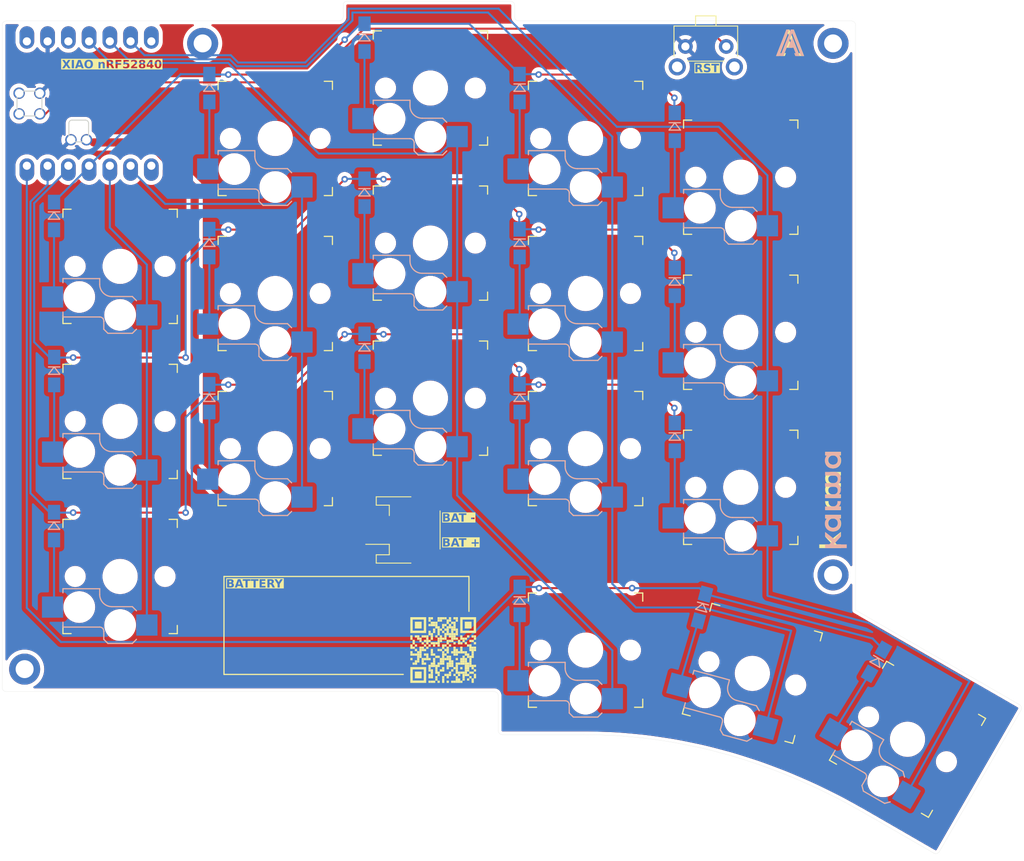
<source format=kicad_pcb>
(kicad_pcb (version 20221018) (generator pcbnew)
  (title_block (title "Karma Wireless Split Ergonomic Keyboard") (date "2023-04-08") (rev "0.3"))
  (layers (0 "F.Cu" signal) (31 "B.Cu" signal) (34 "B.Paste" user) (35 "F.Paste" user) (36 "B.SilkS" user "B.Silkscreen") (37 "F.SilkS" user "F.Silkscreen") (38 "B.Mask" user) (39 "F.Mask" user) (44 "Edge.Cuts" user))
  (net 0 "")
  (net 1 "ROW0_L")
  (net 2 "Net-(DL1-A)")
  (net 3 "Net-(DL2-A)")
  (net 4 "Net-(DL3-A)")
  (net 5 "Net-(DL4-A)")
  (net 6 "Net-(DL5-A)")
  (net 7 "ROW1_L")
  (net 8 "Net-(DL6-A)")
  (net 9 "Net-(DL7-A)")
  (net 10 "Net-(DL8-A)")
  (net 11 "Net-(DL9-A)")
  (net 12 "Net-(DL10-A)")
  (net 13 "ROW2_L")
  (net 14 "Net-(DL11-A)")
  (net 15 "Net-(DL12-A)")
  (net 16 "Net-(DL13-A)")
  (net 17 "Net-(DL14-A)")
  (net 18 "Net-(DL15-A)")
  (net 19 "ROW3_L")
  (net 20 "Net-(DL16-A)")
  (net 21 "Net-(DL17-A)")
  (net 22 "Net-(DL18-A)")
  (net 23 "VBAT_L")
  (net 24 "GND_L")
  (net 25 "RESET_L")
  (net 26 "COL0_L")
  (net 27 "COL1_L")
  (net 28 "COL2_L")
  (net 29 "COL3_L")
  (net 30 "COL4_L")
  (footprint "karmalib:Kailh_Socket_PG1350_Optional" (layer "F.Cu") (at 128.015625 54.85)
    (fp_text reference "SWL5" hide)
    (fp_text value "SW_Push_45deg")
  )
  (footprint "karmalib:Kailh_Socket_PG1350_Optional" (layer "F.Cu") (at 90.015625 81.925)
    (fp_text reference "SWL13" hide)
    (fp_text value "SW_Push_45deg")
  )
  (footprint "karmalib:Kailh_Socket_PG1350_Optional" (layer "F.Cu") (at 109.015625 69.1)
    (fp_text reference "SWL9" hide)
    (fp_text value "SW_Push_45deg")
  )
  (footprint "karmalib:Kailh_Socket_PG1350_Optional" (layer "F.Cu") (at 148.440625 123.725 -30)
    (fp_text reference "SWL18" hide)
    (fp_text value "SW_Push_45deg")
  )
  (footprint "karmalib:Kailh_Socket_PG1350_Optional" (layer "F.Cu") (at 52.015625 65.775)
    (fp_text reference "SWL1" hide)
    (fp_text value "SW_Push_45deg")
  )
  (footprint "karmalib:Kailh_Socket_PG1350_Optional" (layer "F.Cu") (at 129.440625 115.65 -15)
    (fp_text reference "SWL17" hide)
    (fp_text value "SW_Push_45deg")
  )
  (footprint "karmalib:Kailh_Socket_PG1350_Optional" (layer "F.Cu") (at 71.015625 69.1)
    (fp_text reference "SWL7" hide)
    (fp_text value "SW_Push_45deg")
  )
  (footprint "karmalib:Kailh_Socket_PG1350_Optional" (layer "F.Cu") (at 128.015625 92.85)
    (fp_text reference "SWL15" hide)
    (fp_text value "SW_Push_45deg")
  )
  (footprint "karmalib:JST_PH_S2B-PH-SM4-TB" (layer "F.Cu") (at 86.690625 98.075 90)
    (fp_text reference "J1" hide)
    (fp_text value "BAT")
  )
  (footprint "karmalib:Kailh_Socket_PG1350_Optional" (layer "F.Cu") (at 109.015625 50.1)
    (fp_text reference "SWL4" hide)
    (fp_text value "SW_Push_45deg")
  )
  (footprint "karmalib:Kailh_Socket_PG1350_Optional" (layer "F.Cu") (at 109.015625 88.1)
    (fp_text reference "SWL14" hide)
    (fp_text value "SW_Push_45deg")
  )
  (footprint "karmalib:Kailh_Socket_PG1350_Optional" (layer "F.Cu") (at 90.015625 62.925)
    (fp_text reference "SWL8" hide)
    (fp_text value "SW_Push_45deg")
  )
  (footprint "karmalib:Kailh_Socket_PG1350_Optional" (layer "F.Cu") (at 128.015625 73.85)
    (fp_text reference "SWL10" hide)
    (fp_text value "SW_Push_45deg")
  )
  (footprint "karmalib:Kailh_Socket_PG1350_Optional" (layer "F.Cu") (at 52.015625 103.775)
    (fp_text reference "SWL11" hide)
    (fp_text value "SW_Push_45deg")
  )
  (footprint "karmalib:Kailh_Socket_PG1350_Optional" (layer "F.Cu") (at 90.015625 43.925)
    (fp_text reference "SWL3" hide)
    (fp_text value "SW_Push_45deg")
  )
  (footprint "karmalib:Kailh_Socket_PG1350_Optional" (layer "F.Cu") (at 52.015625 84.775)
    (fp_text reference "SWL6" hide)
    (fp_text value "SW_Push_45deg")
  )
  (footprint "karmalib:SKHLLCA010" (layer "F.Cu") (at 123.740625 40.08)
    (fp_text reference "RSW1" hide)
    (fp_text value "SW_Push")
  )
  (footprint "MountingHole:MountingHole_2.2mm_M2_DIN965_Pad" (layer "F.Cu") (at 139.322297 103.589073)
    (fp_text reference "REF**" hide)
    (fp_text value "MountingHole_2.2mm_M2_DIN965_Pad")
  )
  (footprint "karmalib:XIAO_nRF52840_SMD_Cutout" (layer "F.Cu") (at 48.215625 45.825 90)
    (fp_text reference "U1" hide)
    (fp_text value "xiao-ble" hide)
    (fp_line (start -4.699 -0.7488) (end -4.699 -1.7902) (stroke (width 0.12)) (layer "Edge.Cuts"))
    (fp_line (start -4.0132 -2.476) (end -2.413 -2.476) (stroke (width 0.12)) (layer "Edge.Cuts"))
    (fp_line (start -2.413 -0.063) (end -4.0132 -0.063) (stroke (width 0.12)) (layer "Edge.Cuts"))
    (fp_line (start -2.032 -2.095) (end -2.032 -0.444) (stroke (width 0.12)) (layer "Edge.Cuts"))
    (fp_line (start -1.524 -6.4638) (end -1.524 -8.1402) (stroke (width 0.12)) (layer "Edge.Cuts"))
    (fp_line (start -0.8382 -8.826) (end 0.8382 -8.826) (stroke (width 0.12)) (layer "Edge.Cuts"))
    (fp_line (start -0.8382 -5.778) (end 0.8382 -5.778) (stroke (width 0.12)) (layer "Edge.Cuts"))
    (fp_line (start 1.524 -6.4638) (end 1.524 -8.1402) (stroke (width 0.12)) (layer "Edge.Cuts"))
    (fp_arc (start -4.699 -0.7488) (mid -4.095391 -0.666609) (end -4.0132 -0.063) (stroke (width 0.12)) (layer "Edge.Cuts"))
    (fp_arc (start -4.0132 -2.476) (mid -4.095391 -1.872391) (end -4.699 -1.7902) (stroke (width 0.12)) (layer "Edge.Cuts"))
    (fp_arc (start -2.413 -2.476) (mid -2.143592 -2.364408) (end -2.032 -2.095) (stroke (width 0.12)) (layer "Edge.Cuts"))
    (fp_arc (start -2.032 -0.444) (mid -2.143592 -0.174592) (end -2.413 -0.063) (stroke (width 0.12)) (layer "Edge.Cuts"))
    (fp_arc (start -1.524 -6.4638) (mid -0.920391 -6.381609) (end -0.8382 -5.778) (stroke (width 0.12)) (layer "Edge.Cuts"))
    (fp_arc (start -0.8382 -8.826) (mid -0.920391 -8.222391) (end -1.524 -8.1402) (stroke (width 0.12)) (layer "Edge.Cuts"))
    (fp_arc (start 0.8382 -5.778) (mid 0.920391 -6.381609) (end 1.524 -6.4638) (stroke (width 0.12)) (layer "Edge.Cuts"))
    (fp_arc (start 1.524 -8.1402) (mid 0.920393 -8.222393) (end 0.8382 -8.826) (stroke (width 0.12)) (layer "Edge.Cuts"))
  )
  (footprint "MountingHole:MountingHole_2.2mm_M2_DIN965_Pad" (layer "F.Cu") (at 40.322298 115.128567)
    (fp_text reference "REF**" hide)
    (fp_text value "MountingHole_2.2mm_M2_DIN965_Pad" hide)
  )
  (footprint "MountingHole:MountingHole_2.2mm_M2_DIN965_Pad" (layer "F.Cu") (at 139.322298 38.453567)
    (fp_text reference "REF**" hide)
    (fp_text value "MountingHole_2.2mm_M2_DIN965_Pad" hide)
  )
  (footprint "karmalib:Kailh_Socket_PG1350_Optional" (layer "F.Cu") (at 71.015625 88.1)
    (fp_text reference "SWL12" hide)
    (fp_text value "SW_Push_45deg")
  )
  (footprint "karmalib:Kailh_Socket_PG1350_Optional" (layer "F.Cu") (at 71.015625 50.1)
    (fp_text reference "SWL2" hide)
    (fp_text value "SW_Push_45deg")
  )
  (footprint "MountingHole:MountingHole_2.2mm_M2_DIN965_Pad" (layer "F.Cu") (at 62.122298 38.453567)
    (fp_text reference "REF**" hide)
    (fp_text value "MountingHole_2.2mm_M2_DIN965_Pad" hide)
  )
  (footprint "karmalib:Kailh_Socket_PG1350_Optional" (layer "F.Cu") (at 109.015625 112.8)
    (fp_text reference "SWL16" hide)
    (fp_text value "SW_Push_45deg")
  )
  (footprint "karmalib:Diode_SOD123" (layer "B.Cu") (at 144.640625 114.225 -120)
    (fp_text reference "DL18" hide)
    (fp_text value "D_Small" hide)
  )
  (footprint "karmalib:Diode_SOD123" (layer "B.Cu") (at 81.940625 75.75 -90)
    (fp_text reference "DL13" hide)
    (fp_text value "D_Small" hide)
  )
  (footprint "karmalib:Diode_SOD123" (layer "B.Cu") (at 81.940625 37.75 -90)
    (fp_text reference "DL3" hide)
    (fp_text value "D_Small" hide)
  )
  (footprint "karmalib:Diode_SOD123" (layer "B.Cu") (at 62.940625 43.925 -90)
    (fp_text reference "DL2" hide)
    (fp_text value "D_Small" hide)
  )
  (footprint "karmalib:Diode_SOD123" (layer "B.Cu") (at 100.940625 62.925 -90)
    (fp_text reference "DL9" hide)
    (fp_text value "D_Small" hide)
  )
  (footprint "karmalib:Diode_SOD123" (layer "B.Cu") (at 119.940625 48.675 -90)
    (fp_text reference "DL5" hide)
    (fp_text value "D_Small" hide)
  )
  (footprint "karmalib:Diode_SOD123" (layer "B.Cu") (at 43.921875 97.6 -90)
    (fp_text reference "DL11" hide)
    (fp_text value "D_Small" hide)
  )
  (footprint "karmalib:Diode_SOD123" (layer "B.Cu") (at 123.265625 107.575 -105)
    (fp_text reference "DL17" hide)
    (fp_text value "D_Small" hide)
  )
  (footprint "karmalib:Diode_SOD123" (layer "B.Cu") (at 100.940625 81.925 -90)
    (fp_text reference "DL14" hide)
    (fp_text value "D_Small" hide)
  )
  (footprint "karmalib:Diode_SOD123" (layer "B.Cu") (at 43.921875 59.6 -90)
    (fp_text reference "DL1" hide)
    (fp_text value "D_Small" hide)
  )
  (footprint "karmalib:Diode_SOD123" (layer "B.Cu") (at 119.940625 86.675 -90)
    (fp_text reference "DL15" hide)
    (fp_text value "D_Small" hide)
  )
  (footprint "karmalib:Diode_SOD123" (layer "B.Cu") (at 43.940625 78.6 -90)
    (fp_text reference "DL6" hide)
    (fp_text value "D_Small" hide)
  )
  (footprint "karmalib:Diode_SOD123" (layer "B.Cu") (at 100.940625 43.925 -90)
    (fp_text reference "DL4" hide)
    (fp_text value "D_Small" hide)
  )
  (footprint "karmalib:Diode_SOD123" (layer "B.Cu") (at 62.940625 62.925 -90)
    (fp_text reference "DL7" hide)
    (fp_text value "D_Small" hide)
  )
  (footprint "karmalib:Diode_SOD123" (layer "B.Cu") (at 119.940625 67.675 -90)
    (fp_text reference "DL10" hide)
    (fp_text value "D_Small" hide)
  )
  (footprint "karmalib:Diode_SOD123" (layer "B.Cu") (at 62.940625 81.925 -90)
    (fp_text reference "DL12" hide)
    (fp_text value "D_Small" hide)
  )
  (footprint "karmalib:Diode_SOD123" (layer "B.Cu") (at 100.940625 106.765625 -90)
    (fp_text reference "DL16" hide)
    (fp_text value "D_Small" hide)
  )
  (footprint "karmalib:Diode_SOD123" (layer "B.Cu") (at 81.940625 56.75 -90)
    (fp_text reference "DL8" hide)
    (fp_text value "D_Small" hide)
  )
  (gr_poly (pts (xy 132.339779 40.0074) (xy 132.697616 40.0074) (xy 133.96538 36.756194) (xy 133.607543 36.756194)) (fill solid) (layer "B.SilkS"))
  (gr_poly (pts (xy 140.278174 89.54108) (xy 140.277419 89.518179) (xy 140.276161 89.495515) (xy 140.2744 89.473089) (xy 140.272135 89.450901) (xy 140.269368 89.42895) (xy 140.266097 89.407237) (xy 140.262323 89.385761) (xy 140.258046 89.364524) (xy 140.253266 89.343523) (xy 140.247984 89.322761) (xy 140.242198 89.302235) (xy 140.235908 89.281947) (xy 140.229116 89.261897) (xy 140.221821 89.242084) (xy 140.214024 89.222509) (xy 140.205734 89.203214) (xy 140.19697 89.18424) (xy 140.18773 89.165588) (xy 140.178016 89.147258) (xy 140.167826 89.129248) (xy 140.157161 89.111561) (xy 140.146021 89.094194) (xy 140.134406 89.077149) (xy 140.122316 89.060425) (xy 140.109751 89.044023) (xy 140.096711 89.027942) (xy 140.083196 89.012182) (xy 140.069205 88.996744) (xy 140.05474 88.981627) (xy 140.0398 88.966831) (xy 140.024384 88.952357) (xy 140.256954 88.952357) (xy 140.256954 88.505092) (xy 138.346244 88.505092) (xy 138.346244 88.930892) (xy 138.593128 88.930892) (xy 138.576398 88.94496) (xy 138.560199 88.959433) (xy 138.544531 88.974312) (xy 138.529394 88.989596) (xy 138.514788 89.005286) (xy 138.500713 89.02138) (xy 138.487169 89.03788) (xy 138.474156 89.054785) (xy 138.461674 89.072096) (xy 138.449723 89.089812) (xy 138.438303 89.107933) (xy 138.427415 89.12646) (xy 138.417058 89.145392) (xy 138.407232 89.164729) (xy 138.397937 89.184471) (xy 138.389174 89.204619) (xy 138.380942 89.225103) (xy 138.373241 89.245852) (xy 138.366071 89.266866) (xy 138.359432 89.288147) (xy 138.353325 89.309692) (xy 138.347748 89.331504) (xy 138.342703 89.353581) (xy 138.338189 89.375923) (xy 138.334205 89.398531) (xy 138.330753 89.421404) (xy 138.327832 89.444543) (xy 138.325442 89.467948) (xy 138.323583 89.491617) (xy 138.322256 89.515553) (xy 138.321459 89.539753) (xy 138.321193 89.564219) (xy 138.321669 89.598876) (xy 138.323094 89.633071) (xy 138.32547 89.666805) (xy 138.328797 89.700078) (xy 138.333074 89.732889) (xy 138.338301 89.765239) (xy 138.344479 89.797128) (xy 138.351607 89.828556) (xy 138.359685 89.859522) (xy 138.368713 89.890027) (xy 138.378692 89.920071) (xy 138.389621 89.949654) (xy 138.401501 89.978775) (xy 138.41433 90.007435) (xy 138.42811 90.035634) (xy 138.44284 90.063372) (xy 138.458441 90.090501) (xy 138.474824 90.116875) (xy 138.491989 90.142494) (xy 138.509937 90.167359) (xy 138.528667 90.191469) (xy 138.548179 90.214825) (xy 138.568475 90.237426) (xy 138.589552 90.259272) (xy 138.611413 90.280364) (xy 138.634056 90.3007) (xy 138.657482 90.320282) (xy 138.681691 90.33911) (xy 138.706684 90.357182) (xy 138.732459 90.3745) (xy 138.759017 90.391063) (xy 138.786359 90.406871) (xy 138.814367 90.42182) (xy 138.842934 90.435804) (xy 138.872061 90.448824) (xy 138.901747 90.460879) (xy 138.931992 90.47197) (xy 138.962796 90.482096) (xy 138.99416 90.491258) (xy 139.026083 90.499456) (xy 139.058565 90.506689) (xy 139.091606 90.512957) (xy 139.125207 90.518262) (xy 139.159367 90.522601) (xy 139.194086 90.525977) (xy 139.229364 90.528388) (xy 139.265202 90.529834) (xy 139.301599 90.530317) (xy 139.301599 90.079475) (xy 139.268459 90.078853) (xy 139.236131 90.076987) (xy 139.204613 90.073877) (xy 139.173906 90.069523) (xy 139.144009 90.063925) (xy 139.114923 90.057083) (xy 139.086648 90.048997) (xy 139.059183 90.039667) (xy 139.032529 90.029093) (xy 139.006686 90.017275) (xy 138.981653 90.004213) (xy 138.957432 89.989907) (xy 138.934021 89.974358) (xy 138.911421 89.957564) (xy 138.889632 89.939526) (xy 138.868654 89.920244) (xy 138.848719 89.899999) (xy 138.830071 89.879069) (xy 138.81271 89.857454) (xy 138.796635 89.835154) (xy 138.781846 89.812169) (xy 138.768343 89.788498) (xy 138.756127 89.764143) (xy 138.745197 89.739103) (xy 138.735553 89.713378) (xy 138.727195 89.686968) (xy 138.720123 89.659873) (xy 138.714337 89.632094) (xy 138.709837 89.603629) (xy 138.706623 89.574479) (xy 138.704694 89.544645) (xy 138.704051 89.514126) (xy 138.704694 89.4836) (xy 138.706623 89.453745) (xy 138.709837 89.424561) (xy 138.714337 89.396048) (xy 138.720123 89.368206) (xy 138.727195 89.341035) (xy 138.735553 89.314535) (xy 138.745197 89.288705) (xy 138.756127 89.263547) (xy 138.768343 89.239059) (xy 138.781846 89.215242) (xy 138.796635 89.192096) (xy 138.81271 89.169621) (xy 138.830071 89.147817) (xy 138.848719 89.126683) (xy 138.868654 89.106221) (xy 138.889632 89.086723) (xy 138.911421 89.068482) (xy 138.934021 89.0515) (xy 138.957432 89.035776) (xy 138.981653 89.02131) (xy 139.006686 89.008102) (xy 139.032529 88.996152) (xy 139.059183 88.98546) (xy 139.086648 88.976025) (xy 139.114923 88.967849) (xy 139.144009 88.96093) (xy 139.173906 88.95527) (xy 139.204613 88.950867) (xy 139.236131 88.947723) (xy 139.268459 88.945836) (xy 139.301599 88.945207) (xy 139.33474 88.945836) (xy 139.36707 88.947723) (xy 139.398588 88.950867) (xy 139.429296 88.95527) (xy 139.459192 88.96093) (xy 139.488277 88.967849) (xy 139.516552 88.976025) (xy 139.544016 88.98546) (xy 139.570669 88.996152) (xy 139.596512 89.008102) (xy 139.621545 89.02131) (xy 139.645767 89.035776) (xy 139.66918 89.0515) (xy 139.691782 89.068482) (xy 139.713574 89.086723) (xy 139.734557 89.106221) (xy 139.754487 89.126683) (xy 139.773131 89.147817) (xy 139.79049 89.169621) (xy 139.806563 89.192096) (xy 139.82135 89.215242) (xy 139.834851 89.239059) (xy 139.847067 89.263547) (xy 139.857997 89.288705) (xy 139.867641 89.314535) (xy 139.876 89.341035) (xy 139.883072 89.368206) (xy 139.888859 89.396048) (xy 139.893359 89.424561) (xy 139.896574 89.453745) (xy 139.898503 89.4836) (xy 139.899146 89.514126) (xy 139.898503 89.544645) (xy 139.896574 89.574479) (xy 139.893359 89.603629) (xy 139.888859 89.632094) (xy 139.883072 89.659873) (xy 139.876 89.686968) (xy 139.867641 89.713378) (xy 139.857997 89.739103) (xy 139.847067 89.764143) (xy 139.834851 89.788498) (xy 139.82135 89.812169) (xy 139.806563 89.835154) (xy 139.79049 89.857454) (xy 139.773131 89.879069) (xy 139.754487 89.899999) (xy 139.734557 89.920244) (xy 139.713574 89.939526) (xy 139.691782 89.957564) (xy 139.66918 89.974358) (xy 139.645767 89.989907) (xy 139.621545 90.004213) (xy 139.596512 90.017275) (xy 139.570669 90.029093) (xy 139.544016 90.039667) (xy 139.516552 90.048997) (xy 139.488277 90.057083) (xy 139.459192 90.063925) (xy 139.429296 90.069523) (xy 139.398588 90.073877) (xy 139.36707 90.076987) (xy 139.33474 90.078853) (xy 139.301599 90.079475) (xy 139.301599 90.530317) (xy 139.337988 90.529834) (xy 139.373805 90.528388) (xy 139.409048 90.525977) (xy 139.443717 90.522601) (xy 139.477814 90.518262) (xy 139.511337 90.512957) (xy 139.544287 90.506689) (xy 139.576664 90.499456) (xy 139.608468 90.491258) (xy 139.639699 90.482096) (xy 139.670357 90.47197) (xy 139.700442 90.460879) (xy 139.729955 90.448824) (xy 139.758894 90.435804) (xy 139.787261 90.42182) (xy 139.815056 90.406871) (xy 139.842177 90.391063) (xy 139.86853 90.3745) (xy 139.894114 90.357182) (xy 139.91893 90.33911) (xy 139.942977 90.320282) (xy 139.966256 90.3007) (xy 139.988766 90.280364) (xy 140.010507 90.259272) (xy 140.03148 90.237426) (xy 140.051684 90.214825) (xy 140.07112 90.191469) (xy 140.089786 90.167359) (xy 140.107684 90.142494) (xy 140.124814 90.116875) (xy 140.141174 90.090501) (xy 140.156766 90.063372) (xy 140.171498 90.035634) (xy 140.18528 90.007435) (xy 140.198111 89.978775) (xy 140.209992 89.949654) (xy 140.220922 89.920071) (xy 140.230902 89.890027) (xy 140.239932 89.859522) (xy 140.24801 89.828556) (xy 140.255139 89.797128) (xy 140.261317 89.765239) (xy 140.266545 89.732889) (xy 140.270822 89.700078) (xy 140.274148 89.666805) (xy 140.276524 89.633071) (xy 140.27795 89.598876) (xy 140.278425 89.564219)) (fill solid) (layer "B.SilkS"))
  (gr_poly (pts (xy 140.277608 91.702293) (xy 140.275155 91.658881) (xy 140.271066 91.616642) (xy 140.265342 91.575578) (xy 140.257983 91.535687) (xy 140.248989 91.496971) (xy 140.23836 91.459429) (xy 140.226095 91.42306) (xy 140.212195 91.387866) (xy 140.19666 91.353846) (xy 140.179489 91.320999) (xy 140.160684 91.289327) (xy 140.140243 91.258829) (xy 140.118167 91.229505) (xy 140.094456 91.201355) (xy 140.06911 91.174379) (xy 140.042126 91.148816) (xy 140.013507 91.124901) (xy 139.983253 91.102636) (xy 139.951363 91.082019) (xy 139.917838 91.063052) (xy 139.882678 91.045735) (xy 139.845883 91.030066) (xy 139.807453 91.016047) (xy 139.767387 91.003677) (xy 139.725687 90.992956) (xy 139.682352 90.983885) (xy 139.637381 90.976463) (xy 139.590776 90.97069) (xy 139.542536 90.966567) (xy 139.492661 90.964093) (xy 139.441151 90.963268) (xy 138.346244 90.963268) (xy 138.346244 91.410534) (xy 139.383893 91.410534) (xy 139.41472 91.410968) (xy 139.444582 91.412268) (xy 139.47348 91.414434) (xy 139.501413 91.417468) (xy 139.528381 91.421367) (xy 139.554386 91.426134) (xy 139.579425 91.431767) (xy 139.6035 91.438267) (xy 139.626611 91.445633) (xy 139.648757 91.453866) (xy 139.669939 91.462965) (xy 139.690156 91.472931) (xy 139.709408 91.483764) (xy 139.727695 91.495463) (xy 139.745018 91.508028) (xy 139.761377 91.52146) (xy 139.776759 91.535703) (xy 139.791149 91.5507) (xy 139.804547 91.566452) (xy 139.816952 91.582958) (xy 139.828365 91.60022) (xy 139.838786 91.618236) (xy 139.848214 91.637007) (xy 139.85665 91.656532) (xy 139.864094 91.676813) (xy 139.870545 91.697848) (xy 139.876004 91.719638) (xy 139.88047 91.742183) (xy 139.883944 91.765483) (xy 139.886425 91.789537) (xy 139.887914 91.814347) (xy 139.88841 91.839911) (xy 139.88783 91.867739) (xy 139.88609 91.894869) (xy 139.88319 91.921299) (xy 139.87913 91.947031) (xy 139.87391 91.972065) (xy 139.86753 91.996399) (xy 139.85999 92.020034) (xy 139.851291 92.042971) (xy 139.841431 92.065209) (xy 139.830411 92.086748) (xy 139.818231 92.107587) (xy 139.804891 92.127728) (xy 139.790391 92.14717) (xy 139.774731 92.165914) (xy 139.757911 92.183958) (xy 139.739931 92.201303) (xy 139.72087 92.217768) (xy 139.700818 92.233171) (xy 139.679773 92.247511) (xy 139.657736 92.260789) (xy 139.634708 92.273005) (xy 139.610687 92.284159) (xy 139.585674 92.29425) (xy 139.559669 92.303279) (xy 139.532672 92.311246) (xy 139.504683 92.31815) (xy 139.475702 92.323992) (xy 139.445728 92.328772) (xy 139.414763 92.33249) (xy 139.382805 92.335146) (xy 139.349855 92.336739) (xy 139.315913 92.33727) (xy 138.346244 92.33727) (xy 138.346244 92.784536) (xy 139.383893 92.784536) (xy 139.41472 92.784969) (xy 139.444582 92.786269) (xy 139.47348 92.788436) (xy 139.501413 92.791469) (xy 139.528381 92.795369) (xy 139.554386 92.800135) (xy 139.579425 92.805769) (xy 139.6035 92.812268) (xy 139.626611 92.819635) (xy 139.648757 92.827868) (xy 139.669939 92.836967) (xy 139.690156 92.846933) (xy 139.709408 92.857766) (xy 139.727695 92.869465) (xy 139.745018 92.88203) (xy 139.761377 92.895463) (xy 139.776759 92.909704) (xy 139.791149 92.924701) (xy 139.804547 92.940452) (xy 139.816952 92.956959) (xy 139.828365 92.97422) (xy 139.838786 92.992236) (xy 139.848214 93.011007) (xy 139.85665 93.030533) (xy 139.864094 93.050814) (xy 139.870545 93.071849) (xy 139.876004 93.093639) (xy 139.88047 93.116184) (xy 139.883944 93.139484) (xy 139.886425 93.163539) (xy 139.887914 93.188348) (xy 139.88841 93.213912) (xy 139.887837 93.242166) (xy 139.886118 93.26968) (xy 139.883253 93.296453) (xy 139.879242 93.322485) (xy 139.874085 93.347777) (xy 139.867781 93.372328) (xy 139.860332 93.396138) (xy 139.851736 93.419207) (xy 139.841995 93.441536) (xy 139.831107 93.463123) (xy 139.819073 93.48397) (xy 139.805894 93.504077) (xy 139.791568 93.523442) (xy 139.776096 93.542067) (xy 139.759478 93.559951) (xy 139.741714 93.577094) (xy 139.722857 93.593343) (xy 139.702967 93.608543) (xy 139.682042 93.622695) (xy 139.660083 93.635798) (xy 139.637091 93.647853) (xy 139.613064 93.65886) (xy 139.588003 93.668819) (xy 139.561907 93.677729) (xy 139.534778 93.685591) (xy 139.506614 93.692404) (xy 139.477416 93.698169) (xy 139.447184 93.702886) (xy 139.415918 93.706555) (xy 139.383617 93.709176) (xy 139.350282 93.710748) (xy 139.315913 93.711272) (xy 138.346244 93.711272) (xy 138.346244 94.158538) (xy 140.256954 94.158538) (xy 140.256954 93.732744) (xy 140.013648 93.732744) (xy 140.029512 93.719115) (xy 140.0449 93.705068) (xy 140.059813 93.690602) (xy 140.074251 93.675716) (xy 140.088213 93.660411) (xy 140.1017 93.644686) (xy 140.114712 93.628543) (xy 140.127249 93.61198) (xy 140.139311 93.594997) (xy 140.150898 93.577596) (xy 140.16201 93.559775) (xy 140.172646 93.541535) (xy 140.182808 93.522876) (xy 140.192495 93.503797) (xy 140.201708 93.484299) (xy 140.210445 93.464381) (xy 140.218677 93.444114) (xy 140.226378 93.423568) (xy 140.233548 93.402742) (xy 140.240186 93.381637) (xy 140.246294 93.360252) (xy 140.25187 93.338588) (xy 140.256916 93.316644) (xy 140.26143 93.29442) (xy 140.265413 93.271918) (xy 140.268866 93.249135) (xy 140.271787 93.226073) (xy 140.274177 93.202732) (xy 140.276035 93.179111) (xy 140.277363 93.155211) (xy 140.27816 93.13103) (xy 140.278425 93.106571) (xy 140.278111 93.079924) (xy 140.277168 93.053654) (xy 140.275596 93.027761) (xy 140.273396 93.002246) (xy 140.270566 92.977108) (xy 140.267108 92.952347) (xy 140.26302 92.927964) (xy 140.258304 92.903958) (xy 140.252958 92.88033) (xy 140.246983 92.857079) (xy 140.240378 92.834205) (xy 140.233145 92.811709) (xy 140.225281 92.78959) (xy 140.216788 92.767849) (xy 140.207666 92.746485) (xy 140.197913 92.725499) (xy 140.18755 92.704974) (xy 140.176586 92.684994) (xy 140.16502 92.665559) (xy 140.152854 92.646669) (xy 140.140086 92.628324) (xy 140.126716 92.610524) (xy 140.112746 92.59327) (xy 140.098175 92.57656) (xy 140.083002 92.560395) (xy 140.067229 92.544776) (xy 140.050854 92.529701) (xy 140.033879 92.515172) (xy 140.016303 92.501188) (xy 139.998126 92.487748) (xy 139.979348 92.474854) (xy 139.959969 92.462505) (xy 139.978496 92.44748) (xy 139.996506 92.431924) (xy 140.013999 92.415837) (xy 140.030975 92.399218) (xy 140.047434 92.382069) (xy 140.063376 92.364388) (xy 140.0788 92.346176) (xy 140.093708 92.327433) (xy 140.108098 92.308159) (xy 140.121972 92.288353) (xy 140.135328 92.268017) (xy 140.148166 92.247149) (xy 140.160488 92.22575) (xy 140.172292 92.20382) (xy 140.183578 92.181359) (xy 140.194348 92.158366) (xy 140.20453 92.134955) (xy 140.214055 92.111236) (xy 140.222923 92.08721) (xy 140.231133 92.062876) (xy 140.238687 92.038234) (xy 140.245584 92.013285) (xy 140.251824 91.988028) (xy 140.257408 91.962464) (xy 140.262334 91.936592) (xy 140.266603 91.910413) (xy 140.270215 91.883926) (xy 140.273171 91.857132) (xy 140.27547 91.83003) (xy 140.277112 91.802621) (xy 140.278097 91.774904) (xy 140.278425 91.74688)) (fill solid) (layer "B.SilkS"))
  (gr_poly (pts (xy 132.873179 40.0074) (xy 133.231016 40.0074) (xy 134.49878 36.756194) (xy 134.140943 36.756194)) (fill solid) (layer "B.SilkS"))
  (gr_poly (pts (xy 133.802755 38.991398) (xy 134.481366 38.991398) (xy 134.879777 40.007398) (xy 135.235377 40.007398) (xy 134.324171 37.670599)) (fill solid) (layer "B.SilkS"))
  (gr_poly (pts (xy 140.278174 97.266264) (xy 140.277419 97.243362) (xy 140.276161 97.220698) (xy 140.2744 97.198272) (xy 140.272135 97.176083) (xy 140.269368 97.154132) (xy 140.266097 97.132419) (xy 140.262323 97.110943) (xy 140.258046 97.089705) (xy 140.253266 97.068704) (xy 140.247984 97.047942) (xy 140.242198 97.027416) (xy 140.235908 97.007129) (xy 140.229116 96.987079) (xy 140.221821 96.967267) (xy 140.214024 96.947693) (xy 140.205734 96.928397) (xy 140.19697 96.909423) (xy 140.18773 96.89077) (xy 140.178016 96.872439) (xy 140.167826 96.85443) (xy 140.157161 96.836741) (xy 140.146021 96.819374) (xy 140.134406 96.802329) (xy 140.122316 96.785605) (xy 140.109751 96.769203) (xy 140.096711 96.753122) (xy 140.083196 96.737363) (xy 140.069205 96.721925) (xy 140.05474 96.706809) (xy 140.0398 96.692014) (xy 140.024384 96.677541) (xy 140.256954 96.677541) (xy 140.256954 96.230275) (xy 138.346244 96.230275) (xy 138.346244 96.656076) (xy 138.593128 96.656076) (xy 138.576398 96.670144) (xy 138.560199 96.684617) (xy 138.544531 96.699496) (xy 138.529394 96.71478) (xy 138.514788 96.730469) (xy 138.500713 96.746564) (xy 138.487169 96.763064) (xy 138.474156 96.779969) (xy 138.461674 96.79728) (xy 138.449723 96.814995) (xy 138.438303 96.833117) (xy 138.427415 96.851643) (xy 138.417058 96.870575) (xy 138.407232 96.889912) (xy 138.397937 96.909655) (xy 138.389174 96.929803) (xy 138.380942 96.950286) (xy 138.373241 96.971035) (xy 138.366071 96.992049) (xy 138.359432 97.013329) (xy 138.353325 97.034875) (xy 138.347748 97.056686) (xy 138.342703 97.078762) (xy 138.338189 97.101104) (xy 138.334205 97.123712) (xy 138.330753 97.146585) (xy 138.327832 97.169724) (xy 138.325442 97.193128) (xy 138.323583 97.216798) (xy 138.322256 97.240734) (xy 138.321459 97.264936) (xy 138.321193 97.289403) (xy 138.321669 97.324059) (xy 138.323094 97.358254) (xy 138.32547 97.391988) (xy 138.328797 97.425261) (xy 138.333074 97.458072) (xy 138.338301 97.490422) (xy 138.344479 97.522311) (xy 138.351607 97.553738) (xy 138.359685 97.584704) (xy 138.368713 97.615209) (xy 138.378692 97.645253) (xy 138.389621 97.674835) (xy 138.401501 97.703956) (xy 138.41433 97.732616) (xy 138.42811 97.760815) (xy 138.44284 97.788552) (xy 138.458441 97.815681) (xy 138.474824 97.842056) (xy 138.491989 97.867676) (xy 138.509937 97.892541) (xy 138.528667 97.916652) (xy 138.548179 97.940008) (xy 138.568475 97.962609) (xy 138.589552 97.984455) (xy 138.611413 98.005547) (xy 138.634056 98.025884) (xy 138.657482 98.045466) (xy 138.681691 98.064293) (xy 138.706684 98.082366) (xy 138.732459 98.099684) (xy 138.759017 98.116247) (xy 138.786359 98.132055) (xy 138.814367 98.147003) (xy 138.842934 98.160987) (xy 138.872061 98.174006) (xy 138.901747 98.186061) (xy 138.931992 98.197152) (xy 138.962796 98.207278) (xy 138.99416 98.216441) (xy 139.026083 98.224638) (xy 139.058565 98.231871) (xy 139.091606 98.23814) (xy 139.125207 98.243445) (xy 139.159367 98.247785) (xy 139.194086 98.25116) (xy 139.229364 98.253571) (xy 139.265202 98.255018) (xy 139.301599 98.2555) (xy 139.301599 97.804652) (xy 139.268459 97.804031) (xy 139.236131 97.802165) (xy 139.204613 97.799055) (xy 139.173906 97.794701) (xy 139.144009 97.789103) (xy 139.114923 97.782261) (xy 139.086648 97.774176) (xy 139.059183 97.764846) (xy 139.032529 97.754273) (xy 139.006686 97.742455) (xy 138.981653 97.729394) (xy 138.957432 97.715089) (xy 138.934021 97.699539) (xy 138.911421 97.682746) (xy 138.889632 97.664709) (xy 138.868654 97.645428) (xy 138.848719 97.625182) (xy 138.830071 97.604251) (xy 138.81271 97.582635) (xy 138.796635 97.560335) (xy 138.781846 97.537349) (xy 138.768343 97.513679) (xy 138.756127 97.489324) (xy 138.745197 97.464284) (xy 138.735553 97.43856) (xy 138.727195 97.41215) (xy 138.720123 97.385056) (xy 138.714337 97.357276) (xy 138.709837 97.328812) (xy 138.706623 97.299663) (xy 138.704694 97.269828) (xy 138.704051 97.239309) (xy 138.704694 97.208783) (xy 138.706623 97.178928) (xy 138.709837 97.149744) (xy 138.714337 97.12123) (xy 138.720123 97.093388) (xy 138.727195 97.066217) (xy 138.735553 97.039717) (xy 138.745197 97.013888) (xy 138.756127 96.988729) (xy 138.768343 96.964242) (xy 138.781846 96.940425) (xy 138.796635 96.917279) (xy 138.81271 96.894805) (xy 138.830071 96.873) (xy 138.848719 96.851867) (xy 138.868654 96.831405) (xy 138.889632 96.811906) (xy 138.911421 96.793666) (xy 138.934021 96.776683) (xy 138.957432 96.760959) (xy 138.981653 96.746492) (xy 139.006686 96.733283) (xy 139.032529 96.721333) (xy 139.059183 96.71064) (xy 139.086648 96.701205) (xy 139.114923 96.693028) (xy 139.144009 96.686109) (xy 139.173906 96.680448) (xy 139.204613 96.676045) (xy 139.236131 96.6729) (xy 139.268459 96.671013) (xy 139.301599 96.670384) (xy 139.33474 96.671013) (xy 139.36707 96.6729) (xy 139.398588 96.676045) (xy 139.429296 96.680448) (xy 139.459192 96.686109) (xy 139.488277 96.693028) (xy 139.516552 96.701205) (xy 139.544016 96.71064) (xy 139.570669 96.721333) (xy 139.596512 96.733283) (xy 139.621545 96.746492) (xy 139.645767 96.760959) (xy 139.66918 96.776683) (xy 139.691782 96.793666) (xy 139.713574 96.811906) (xy 139.734557 96.831405) (xy 139.754487 96.851867) (xy 139.773131 96.873) (xy 139.79049 96.894805) (xy 139.806563 96.917279) (xy 139.82135 96.940425) (xy 139.834851 96.964242) (xy 139.847067 96.988729) (xy 139.857997 97.013888) (xy 139.867641 97.039717) (xy 139.876 97.066217) (xy 139.883072 97.093388) (xy 139.888859 97.12123) (xy 139.893359 97.149744) (xy 139.896574 97.178928) (xy 139.898503 97.208783) (xy 139.899146 97.239309) (xy 139.898503 97.269828) (xy 139.896574 97.299663) (xy 139.893359 97.328812) (xy 139.888859 97.357276) (xy 139.883072 97.385056) (xy 139.876 97.41215) (xy 139.867641 97.43856) (xy 139.857997 97.464284) (xy 139.847067 97.489324) (xy 139.834851 97.513679) (xy 139.82135 97.537349) (xy 139.806563 97.560335) (xy 139.79049 97.582635) (xy 139.773131 97.604251) (xy 139.754487 97.625182) (xy 139.734557 97.645428) (xy 139.713574 97.664709) (xy 139.691782 97.682746) (xy 139.66918 97.699539) (xy 139.645767 97.715089) (xy 139.621545 97.729394) (xy 139.596512 97.742455) (xy 139.570669 97.754273) (xy 139.544016 97.764846) (xy 139.516552 97.774176) (xy 139.488277 97.782261) (xy 139.459192 97.789103) (xy 139.429296 97.794701) (xy 139.398588 97.799055) (xy 139.36707 97.802165) (xy 139.33474 97.804031) (xy 139.301599 97.804652) (xy 139.301599 98.2555) (xy 139.337988 98.255018) (xy 139.373805 98.253571) (xy 139.409048 98.25116) (xy 139.443717 98.247785) (xy 139.477814 98.243445) (xy 139.511337 98.23814) (xy 139.544287 98.231871) (xy 139.576664 98.224638) (xy 139.608468 98.216441) (xy 139.639699 98.207278) (xy 139.670357 98.197152) (xy 139.700442 98.186061) (xy 139.729955 98.174006) (xy 139.758894 98.160987) (xy 139.787261 98.147003) (xy 139.815056 98.132055) (xy 139.842177 98.116247) (xy 139.86853 98.099684) (xy 139.894114 98.082366) (xy 139.91893 98.064293) (xy 139.942977 98.045466) (xy 139.966256 98.025884) (xy 139.988766 98.005547) (xy 140.010507 97.984455) (xy 140.03148 97.962609) (xy 140.051684 97.940008) (xy 140.07112 97.916652) (xy 140.089786 97.892541) (xy 140.107684 97.867676) (xy 140.124814 97.842056) (xy 140.141174 97.815681) (xy 140.156766 97.788552) (xy 140.171498 97.760815) (xy 140.18528 97.732616) (xy 140.198111 97.703956) (xy 140.209992 97.674835) (xy 140.220922 97.645253) (xy 140.230902 97.615209) (xy 140.239932 97.584704) (xy 140.24801 97.553738) (xy 140.255139 97.522311) (xy 140.261317 97.490422) (xy 140.266545 97.458072) (xy 140.270822 97.425261) (xy 140.274148 97.391988) (xy 140.276524 97.358254) (xy 140.27795 97.324059) (xy 140.278425 97.289403)) (fill solid) (layer "B.SilkS"))
  (gr_poly (pts (xy 135.41094 40.0074) (xy 135.768777 40.0074) (xy 134.501012 36.756194) (xy 134.143176 36.756194)) (fill solid) (layer "B.SilkS"))
  (gr_poly (pts (xy 134.562272 39.649311) (xy 134.701904 40.007411) (xy 134.879778 40.007411) (xy 134.740125 39.64927)) (fill solid) (layer "B.SilkS"))
  (gr_poly (pts (xy 139.852637 94.537824) (xy 139.85515 94.551967) (xy 139.857329 94.565776) (xy 139.859174 94.579249) (xy 139.860684 94.592388) (xy 139.86186 94.605191) (xy 139.8627 94.617658) (xy 139.863205 94.62979) (xy 139.863373 94.641587) (xy 139.862779 94.67379) (xy 139.860996 94.705098) (xy 139.858025 94.735512) (xy 139.853866 94.765032) (xy 139.848519 94.793657) (xy 139.841984 94.821387) (xy 139.83426 94.848224) (xy 139.825349 94.874165) (xy 139.81525 94.899213) (xy 139.803963 94.923365) (xy 139.791488 94.946623) (xy 139.777826 94.968987) (xy 139.762976 94.990456) (xy 139.746939 95.01103) (xy 139.729714 95.03071) (xy 139.711302 95.049495) (xy 139.691768 95.067259) (xy 139.671185 95.083878) (xy 139.649555 95.09935) (xy 139.626876 95.113676) (xy 139.60315 95.126856) (xy 139.578375 95.13889) (xy 139.552552 95.149778) (xy 139.525681 95.15952) (xy 139.497761 95.168115) (xy 139.468793 95.175565) (xy 139.438777 95.181868) (xy 139.407713 95.187026) (xy 139.3756 95.191037) (xy 139.342438 95.193902) (xy 139.308228 95.195621) (xy 139.27297 95.196194) (xy 138.346244 95.196194) (xy 138.346244 95.643464) (xy 140.256954 95.643464) (xy 140.256954 95.217666) (xy 139.977862 95.217666) (xy 139.996354 95.205303) (xy 140.014259 95.192367) (xy 140.031576 95.178859) (xy 140.048307 95.164777) (xy 140.06445 95.150122) (xy 140.080007 95.134894) (xy 140.094976 95.119092) (xy 140.109359 95.102718) (xy 140.123154 95.085771) (xy 140.136362 95.068251) (xy 140.148984 95.050158) (xy 140.161018 95.031491) (xy 140.172465 95.012252) (xy 140.183325 94.992439) (xy 140.193598 94.972054) (xy 140.203285 94.951095) (xy 140.212384 94.929564) (xy 140.220896 94.907459) (xy 140.228821 94.884781) (xy 140.236159 94.861531) (xy 140.24291 94.837707) (xy 140.249073 94.81331) (xy 140.25964 94.762797) (xy 140.267859 94.709992) (xy 140.273729 94.654895) (xy 140.277251 94.597505) (xy 140.278425 94.537824)) (fill solid) (layer "B.SilkS"))
  (gr_poly (pts (xy 139.398221 99.847767) (xy 140.256954 98.921031) (xy 140.256954 98.38431) (xy 139.455452 99.182236) (xy 138.346244 98.309169) (xy 138.346244 98.853048) (xy 139.165625 99.515) (xy 138.850761 99.847767) (xy 138.346244 99.847767) (xy 138.346244 100.295033) (xy 141.001211 100.295033) (xy 141.001211 99.847767)) (fill solid) (layer "B.SilkS"))
  (gr_poly (pts (xy 132.695393 40.007411) (xy 132.873266 40.007411) (xy 133.012899 39.649311) (xy 132.835046 39.64927)) (fill solid) (layer "B.SilkS"))
  (gr_poly (pts (xy 91.162813 114.870001) (xy 90.885001 114.870001) (xy 90.885001 114.592188) (xy 91.162813 114.592188)) (fill solid) (layer "F.SilkS"))
  (gr_poly (pts (xy 90.329376 115.425626) (xy 90.051563 115.425626) (xy 90.051563 115.147813) (xy 90.329376 115.147813)) (fill solid) (layer "F.SilkS"))
  (gr_poly (pts (xy 92.274063 110.147188) (xy 91.996251 110.147188) (xy 91.996251 109.869376) (xy 92.274063 109.869376)) (fill solid) (layer "F.SilkS"))
  (gr_poly (pts (xy 87.829063 112.647501) (xy 87.551251 112.647501) (xy 87.551251 112.369688) (xy 87.829063 112.369688)) (fill solid) (layer "F.SilkS"))
  (gr_poly (pts (xy 94.496563 115.981251) (xy 94.218751 115.981251) (xy 94.218751 115.703438) (xy 94.496563 115.703438)) (fill solid) (layer "F.SilkS"))
  (gr_poly (pts (xy 92.829688 109.591563) (xy 92.551876 109.591563) (xy 92.551876 109.313751) (xy 92.829688 109.313751)) (fill solid) (layer "F.SilkS"))
  (gr_poly (pts (xy 89.773751 113.480938) (xy 89.495938 113.480938) (xy 89.495938 113.203126) (xy 89.773751 113.203126)) (fill solid) (layer "F.SilkS"))
  (gr_poly (pts (xy 90.885001 114.870001) (xy 90.607188 114.870001) (xy 90.607188 114.592188) (xy 90.885001 114.592188)) (fill solid) (layer "F.SilkS"))
  (gr_poly (pts (xy 89.773751 111.536251) (xy 89.495938 111.536251) (xy 89.495938 111.258438) (xy 89.773751 111.258438)) (fill solid) (layer "F.SilkS"))
  (gr_poly (pts (xy 91.162813 111.814063) (xy 90.885001 111.814063) (xy 90.885001 111.536251) (xy 91.162813 111.536251)) (fill solid) (layer "F.SilkS"))
  (gr_poly (pts (xy 90.051563 110.980626) (xy 89.773751 110.980626) (xy 89.773751 110.702813) (xy 90.051563 110.702813)) (fill solid) (layer "F.SilkS"))
  (gr_poly (pts (xy 91.162813 110.702813) (xy 90.885001 110.702813) (xy 90.885001 110.425001) (xy 91.162813 110.425001)) (fill solid) (layer "F.SilkS"))
  (gr_poly (pts (xy 93.385313 111.536251) (xy 93.107501 111.536251) (xy 93.107501 111.258438) (xy 93.385313 111.258438)) (fill solid) (layer "F.SilkS"))
  (gr_poly (pts (xy 90.885001 115.703438) (xy 90.607188 115.703438) (xy 90.607188 115.425626) (xy 90.885001 115.425626)) (fill solid) (layer "F.SilkS"))
  (gr_poly (pts (xy 92.829688 110.980626) (xy 92.551876 110.980626) (xy 92.551876 110.702813) (xy 92.829688 110.702813)) (fill solid) (layer "F.SilkS"))
  (gr_poly (pts (xy 94.774376 115.981251) (xy 94.496563 115.981251) (xy 94.496563 115.703438) (xy 94.774376 115.703438)) (fill solid) (layer "F.SilkS"))
  (gr_poly (pts (xy 89.495938 116.814688) (xy 87.551251 116.814688) (xy 87.551251 115.161704) (xy 87.842954 115.161704) (xy 87.842954 116.522985) (xy 89.204235 116.522985) (xy 89.204235 115.161704) (xy 87.842954 115.161704) (xy 87.551251 115.161704) (xy 87.551251 114.870001) (xy 89.495938 114.870001)) (fill solid) (layer "F.SilkS"))
  (gr_poly (pts (xy 92.829688 114.870001) (xy 92.551876 114.870001) (xy 92.551876 114.592188) (xy 92.829688 114.592188)) (fill solid) (layer "F.SilkS"))
  (gr_poly (pts (xy 90.885001 116.536876) (xy 90.607188 116.536876) (xy 90.607188 116.259063) (xy 90.885001 116.259063)) (fill solid) (layer "F.SilkS"))
  (gr_poly (pts (xy 91.440626 114.314376) (xy 91.162813 114.314376) (xy 91.162813 114.036563) (xy 91.440626 114.036563)) (fill solid) (layer "F.SilkS"))
  (gr_poly (pts (xy 91.440626 111.814063) (xy 91.162813 111.814063) (xy 91.162813 111.536251) (xy 91.440626 111.536251)) (fill solid) (layer "F.SilkS"))
  (gr_poly (pts (xy 91.718439 114.592188) (xy 91.440626 114.592188) (xy 91.440626 114.314376) (xy 91.718439 114.314376)) (fill solid) (layer "F.SilkS"))
  (gr_poly (pts (xy 88.940313 111.814063) (xy 88.662501 111.814063) (xy 88.662501 111.536251) (xy 88.940313 111.536251)) (fill solid) (layer "F.SilkS"))
  (gr_poly (pts (xy 90.329376 113.203126) (xy 90.051563 113.203126) (xy 90.051563 112.925314) (xy 90.329376 112.925314)) (fill solid) (layer "F.SilkS"))
  (gr_poly (pts (xy 94.496563 114.036563) (xy 94.218751 114.036563) (xy 94.218751 113.758751) (xy 94.496563 113.758751)) (fill solid) (layer "F.SilkS"))
  (gr_poly (pts (xy 91.162813 110.980626) (xy 90.885001 110.980626) (xy 90.885001 110.702813) (xy 91.162813 110.702813)) (fill solid) (layer "F.SilkS"))
  (gr_poly (pts (xy 93.107501 115.981251) (xy 92.829688 115.981251) (xy 92.829688 115.703438) (xy 93.107501 115.703438)) (fill solid) (layer "F.SilkS"))
  (gr_poly (pts (xy 90.329376 111.258438) (xy 90.051563 111.258438) (xy 90.051563 110.980626) (xy 90.329376 110.980626)) (fill solid) (layer "F.SilkS"))
  (gr_poly (pts (xy 90.885001 110.147188) (xy 90.607188 110.147188) (xy 90.607188 109.869376) (xy 90.885001 109.869376)) (fill solid) (layer "F.SilkS"))
  (gr_poly (pts (xy 91.440626 109.313751) (xy 91.162813 109.313751) (xy 91.162813 109.035938) (xy 91.440626 109.035938)) (fill solid) (layer "F.SilkS"))
  (gr_poly (pts (xy 90.051563 115.425626) (xy 89.773751 115.425626) (xy 89.773751 115.147813) (xy 90.051563 115.147813)) (fill solid) (layer "F.SilkS"))
  (gr_poly (pts (xy 88.384688 111.258438) (xy 88.106876 111.258438) (xy 88.106876 110.980626) (xy 88.384688 110.980626)) (fill solid) (layer "F.SilkS"))
  (gr_poly (pts (xy 93.385313 110.702813) (xy 93.107501 110.702813) (xy 93.107501 110.425001) (xy 93.385313 110.425001)) (fill solid) (layer "F.SilkS"))
  (gr_poly (pts (xy 88.662501 113.758751) (xy 88.384688 113.758751) (xy 88.384688 113.480938) (xy 88.662501 113.480938)) (fill solid) (layer "F.SilkS"))
  (gr_poly (pts (xy 93.107501 113.203126) (xy 92.829688 113.203126) (xy 92.829688 112.925314) (xy 93.107501 112.925314)) (fill solid) (layer "F.SilkS"))
  (gr_poly (pts (xy 90.051563 115.147813) (xy 89.773751 115.147813) (xy 89.773751 114.870001) (xy 90.051563 114.870001)) (fill solid) (layer "F.SilkS"))
  (gr_poly (pts (xy 94.774376 112.369688) (xy 94.496563 112.369688) (xy 94.496563 112.091876) (xy 94.774376 112.091876)) (fill solid) (layer "F.SilkS"))
  (gr_poly (pts (xy 95.052188 111.814063) (xy 94.774376 111.814063) (xy 94.774376 111.536251) (xy 95.052188 111.536251)) (fill solid) (layer "F.SilkS"))
  (gr_poly (pts (xy 91.996251 114.036563) (xy 91.718439 114.036563) (xy 91.718439 113.758751) (xy 91.996251 113.758751)) (fill solid) (layer "F.SilkS"))
  (gr_poly (pts (xy 90.607188 110.425001) (xy 90.329376 110.425001) (xy 90.329376 110.147188) (xy 90.607188 110.147188)) (fill solid) (layer "F.SilkS"))
  (gr_poly (pts (xy 91.718439 110.147188) (xy 91.440626 110.147188) (xy 91.440626 109.869376) (xy 91.718439 109.869376)) (fill solid) (layer "F.SilkS"))
  (gr_poly (pts (xy 91.440626 115.425626) (xy 91.162813 115.425626) (xy 91.162813 115.147813) (xy 91.440626 115.147813)) (fill solid) (layer "F.SilkS"))
  (gr_poly (pts (xy 88.106876 113.480938) (xy 87.829063 113.480938) (xy 87.829063 113.203126) (xy 88.106876 113.203126)) (fill solid) (layer "F.SilkS"))
  (gr_poly (pts (xy 93.107501 111.536251) (xy 92.829688 111.536251) (xy 92.829688 111.258438) (xy 93.107501 111.258438)) (fill solid) (layer "F.SilkS"))
  (gr_poly (pts (xy 93.940938 112.091876) (xy 93.663126 112.091876) (xy 93.663126 111.814063) (xy 93.940938 111.814063)) (fill solid) (layer "F.SilkS"))
  (gr_poly (pts (xy 93.107501 109.591563) (xy 92.829688 109.591563) (xy 92.829688 109.313751) (xy 93.107501 109.313751)) (fill solid) (layer "F.SilkS"))
  (gr_poly (pts (xy 95.330001 114.870001) (xy 95.052188 114.870001) (xy 95.052188 114.592188) (xy 95.330001 114.592188)) (fill solid) (layer "F.SilkS"))
  (gr_poly (pts (xy 90.329376 111.536251) (xy 90.051563 111.536251) (xy 90.051563 111.258438) (xy 90.329376 111.258438)) (fill solid) (layer "F.SilkS"))
  (gr_poly (pts (xy 91.718439 116.536876) (xy 91.440626 116.536876) (xy 91.440626 116.259063) (xy 91.718439 116.259063)) (fill solid) (layer "F.SilkS"))
  (gr_poly (pts (xy 91.718439 113.203126) (xy 91.440626 113.203126) (xy 91.440626 112.925314) (xy 91.718439 112.925314)) (fill solid) (layer "F.SilkS"))
  (gr_poly (pts (xy 89.495938 111.814063) (xy 89.218126 111.814063) (xy 89.218126 111.536251) (xy 89.495938 111.536251)) (fill solid) (layer "F.SilkS"))
  (gr_poly (pts (xy 93.385313 114.036563) (xy 93.107501 114.036563) (xy 93.107501 113.758751) (xy 93.385313 113.758751)) (fill solid) (layer "F.SilkS"))
  (gr_poly (pts (xy 92.274063 110.702813) (xy 91.996251 110.702813) (xy 91.996251 110.425001) (xy 92.274063 110.425001)) (fill solid) (layer "F.SilkS"))
  (gr_poly (pts (xy 95.607813 111.536251) (xy 95.330001 111.536251) (xy 95.330001 111.258438) (xy 95.607813 111.258438)) (fill solid) (layer "F.SilkS"))
  (gr_poly (pts (xy 93.107501 112.091876) (xy 92.829688 112.091876) (xy 92.829688 111.814063) (xy 93.107501 111.814063)) (fill solid) (layer "F.SilkS"))
  (gr_poly (pts (xy 93.663126 115.703438) (xy 93.385313 115.703438) (xy 93.385313 115.425626) (xy 93.663126 115.425626)) (fill solid) (layer "F.SilkS"))
  (gr_poly (pts (xy 93.385313 116.259063) (xy 93.107501 116.259063) (xy 93.107501 115.981251) (xy 93.385313 115.981251)) (fill solid) (layer "F.SilkS"))
  (gr_poly (pts (xy 88.662501 111.536251) (xy 88.384688 111.536251) (xy 88.384688 111.258438) (xy 88.662501 111.258438)) (fill solid) (layer "F.SilkS"))
  (gr_poly (pts (xy 92.829688 115.425626) (xy 92.551876 115.425626) (xy 92.551876 115.147813) (xy 92.829688 115.147813)) (fill solid) (layer "F.SilkS"))
  (gr_poly (pts (xy 92.274063 109.591563) (xy 91.996251 109.591563) (xy 91.996251 109.313751) (xy 92.274063 109.313751)) (fill solid) (layer "F.SilkS"))
  (gr_poly (pts (xy 91.440626 111.258438) (xy 91.162813 111.258438) (xy 91.162813 110.980626) (xy 91.440626 110.980626)) (fill solid) (layer "F.SilkS"))
  (gr_poly (pts (xy 94.774376 111.258438) (xy 94.496563 111.258438) (xy 94.496563 110.980626) (xy 94.774376 110.980626)) (fill solid) (layer "F.SilkS"))
  (gr_poly (pts (xy 92.551876 114.592188) (xy 92.274063 114.592188) (xy 92.274063 114.314376) (xy 92.551876 114.314376)) (fill solid) (layer "F.SilkS"))
  (gr_poly (pts (xy 90.885001 109.869376) (xy 90.607188 109.869376) (xy 90.607188 109.591563) (xy 90.885001 109.591563)) (fill solid) (layer "F.SilkS"))
  (gr_poly (pts (xy 92.551876 110.147188) (xy 92.274063 110.147188) (xy 92.274063 109.869376) (xy 92.551876 109.869376)) (fill solid) (layer "F.SilkS"))
  (gr_poly (pts (xy 94.774376 114.870001) (xy 94.496563 114.870001) (xy 94.496563 114.592188) (xy 94.774376 114.592188)) (fill solid) (layer "F.SilkS"))
  (gr_poly (pts (xy 94.218751 111.536251) (xy 93.940938 111.536251) (xy 93.940938 111.258438) (xy 94.218751 111.258438)) (fill solid) (layer "F.SilkS"))
  (gr_poly (pts (xy 94.774376 113.758751) (xy 94.496563 113.758751) (xy 94.496563 113.480938) (xy 94.774376 113.480938)) (fill solid) (layer "F.SilkS"))
  (gr_poly (pts (xy 92.829688 110.147188) (xy 92.551876 110.147188) (xy 92.551876 109.869376) (xy 92.829688 109.869376)) (fill solid) (layer "F.SilkS"))
  (gr_poly (pts (xy 95.330001 112.647501) (xy 95.052188 112.647501) (xy 95.052188 112.369688) (xy 95.330001 112.369688)) (fill solid) (layer "F.SilkS"))
  (gr_poly (pts (xy 92.551876 112.369688) (xy 92.274063 112.369688) (xy 92.274063 112.091876) (xy 92.551876 112.091876)) (fill solid) (layer "F.SilkS"))
  (gr_poly (pts (xy 93.940938 112.647501) (xy 93.663126 112.647501) (xy 93.663126 112.369688) (xy 93.940938 112.369688)) (fill solid) (layer "F.SilkS"))
  (gr_poly (pts (xy 93.107501 115.147813) (xy 92.829688 115.147813) (xy 92.829688 114.870001) (xy 93.107501 114.870001)) (fill solid) (layer "F.SilkS"))
  (gr_poly (pts (xy 88.384688 114.314376) (xy 88.106876 114.314376) (xy 88.106876 114.036563) (xy 88.384688 114.036563)) (fill solid) (layer "F.SilkS"))
  (gr_poly (pts (xy 94.774376 115.147813) (xy 94.496563 115.147813) (xy 94.496563 114.870001) (xy 94.774376 114.870001)) (fill solid) (layer "F.SilkS"))
  (gr_poly (pts (xy 91.162813 112.925314) (xy 90.885001 112.925314) (xy 90.885001 112.647501) (xy 91.162813 112.647501)) (fill solid) (layer "F.SilkS"))
  (gr_poly (pts (xy 93.940938 115.703438) (xy 93.663126 115.703438) (xy 93.663126 115.425626) (xy 93.940938 115.425626)) (fill solid) (layer "F.SilkS"))
  (gr_poly (pts (xy 95.052188 113.758751) (xy 94.774376 113.758751) (xy 94.774376 113.480938) (xy 95.052188 113.480938)) (fill solid) (layer "F.SilkS"))
  (gr_poly (pts (xy 89.218126 112.925314) (xy 88.940313 112.925314) (xy 88.940313 112.647501) (xy 89.218126 112.647501)) (fill solid) (layer "F.SilkS"))
  (gr_poly (pts (xy 88.662501 113.203126) (xy 88.384688 113.203126) (xy 88.384688 112.925314) (xy 88.662501 112.925314)) (fill solid) (layer "F.SilkS"))
  (gr_poly (pts (xy 92.274063 115.147813) (xy 91.996251 115.147813) (xy 91.996251 114.870001) (xy 92.274063 114.870001)) (fill solid) (layer "F.SilkS"))
  (gr_poly (pts (xy 89.218126 114.036563) (xy 88.940313 114.036563) (xy 88.940313 113.758751) (xy 89.218126 113.758751)) (fill solid) (layer "F.SilkS"))
  (gr_poly (pts (xy 91.440626 111.536251) (xy 91.162813 111.536251) (xy 91.162813 111.258438) (xy 91.440626 111.258438)) (fill solid) (layer "F.SilkS"))
  (gr_poly (pts (xy 95.607813 115.425626) (xy 95.330001 115.425626) (xy 95.330001 115.147813) (xy 95.607813 115.147813)) (fill solid) (layer "F.SilkS"))
  (gr_poly (pts (xy 89.773751 111.814063) (xy 89.495938 111.814063) (xy 89.495938 111.536251) (xy 89.773751 111.536251)) (fill solid) (layer "F.SilkS"))
  (gr_poly (pts (xy 92.551876 115.981251) (xy 92.274063 115.981251) (xy 92.274063 115.703438) (xy 92.551876 115.703438)) (fill solid) (layer "F.SilkS"))
  (gr_poly (pts (xy 91.996251 109.869376) (xy 91.718439 109.869376) (xy 91.718439 109.591563) (xy 91.996251 109.591563)) (fill solid) (layer "F.SilkS"))
  (gr_poly (pts (xy 90.329376 116.259063) (xy 90.051563 116.259063) (xy 90.051563 115.981251) (xy 90.329376 115.981251)) (fill solid) (layer "F.SilkS"))
  (gr_poly (pts (xy 95.607813 114.870001) (xy 95.330001 114.870001) (xy 95.330001 114.592188) (xy 95.607813 114.592188)) (fill solid) (layer "F.SilkS"))
  (gr_poly (pts (xy 88.940313 111.536251) (xy 88.662501 111.536251) (xy 88.662501 111.258438) (xy 88.940313 111.258438)) (fill solid) (layer "F.SilkS"))
  (gr_poly (pts (xy 89.218126 112.091876) (xy 88.940313 112.091876) (xy 88.940313 111.814063) (xy 89.218126 111.814063)) (fill solid) (layer "F.SilkS"))
  (gr_poly (pts (xy 91.718439 113.480938) (xy 91.440626 113.480938) (xy 91.440626 113.203126) (xy 91.718439 113.203126)) (fill solid) (layer "F.SilkS"))
  (gr_poly (pts (xy 94.774376 113.480938) (xy 94.496563 113.480938) (xy 94.496563 113.203126) (xy 94.774376 113.203126)) (fill solid) (layer "F.SilkS"))
  (gr_poly (pts (xy 95.330001 113.203126) (xy 95.052188 113.203126) (xy 95.052188 112.925314) (xy 95.330001 112.925314)) (fill solid) (layer "F.SilkS"))
  (gr_poly (pts (xy 89.495938 114.592188) (xy 89.218126 114.592188) (xy 89.218126 114.314376) (xy 89.495938 114.314376)) (fill solid) (layer "F.SilkS"))
  (gr_poly (pts (xy 92.274063 111.814063) (xy 91.996251 111.814063) (xy 91.996251 111.536251) (xy 92.274063 111.536251)) (fill solid) (layer "F.SilkS"))
  (gr_poly (pts (xy 90.607188 109.591563) (xy 90.329376 109.591563) (xy 90.329376 109.313751) (xy 90.607188 109.313751)) (fill solid) (layer "F.SilkS"))
  (gr_poly (pts (xy 93.107501 111.258438) (xy 92.829688 111.258438) (xy 92.829688 110.980626) (xy 93.107501 110.980626)) (fill solid) (layer "F.SilkS"))
  (gr_poly (pts (xy 90.607188 112.091876) (xy 90.329376 112.091876) (xy 90.329376 111.814063) (xy 90.607188 111.814063)) (fill solid) (layer "F.SilkS"))
  (gr_poly (pts (xy 92.274063 110.425001) (xy 91.996251 110.425001) (xy 91.996251 110.147188) (xy 92.274063 110.147188)) (fill solid) (layer "F.SilkS"))
  (gr_poly (pts (xy 90.329376 113.480938) (xy 90.051563 113.480938) (xy 90.051563 113.203126) (xy 90.329376 113.203126)) (fill solid) (layer "F.SilkS"))
  (gr_poly (pts (xy 90.885001 116.259063) (xy 90.607188 116.259063) (xy 90.607188 115.981251) (xy 90.885001 115.981251)) (fill solid) (layer "F.SilkS"))
  (gr_poly (pts (xy 91.718439 116.259063) (xy 91.440626 116.259063) (xy 91.440626 115.981251) (xy 91.718439 115.981251)) (fill solid) (layer "F.SilkS"))
  (gr_poly (pts (xy 95.052188 112.925314) (xy 94.774376 112.925314) (xy 94.774376 112.647501) (xy 95.052188 112.647501)) (fill solid) (layer "F.SilkS"))
  (gr_poly (pts (xy 90.329376 109.035938) (xy 90.051563 109.035938) (xy 90.051563 108.758126) (xy 90.329376 108.758126)) (fill solid) (layer "F.SilkS"))
  (gr_poly (pts (xy 93.663126 116.814688) (xy 93.385313 116.814688) (xy 93.385313 116.536876) (xy 93.663126 116.536876)) (fill solid) (layer "F.SilkS"))
  (gr_poly (pts (xy 93.107501 110.425001) (xy 92.829688 110.425001) (xy 92.829688 110.147188) (xy 93.107501 110.147188)) (fill solid) (layer "F.SilkS"))
  (gr_poly (pts (xy 95.330001 113.758751) (xy 95.052188 113.758751) (xy 95.052188 113.480938) (xy 95.330001 113.480938)) (fill solid) (layer "F.SilkS"))
  (gr_poly (pts (xy 93.940938 113.203126) (xy 93.663126 113.203126) (xy 93.663126 112.925314) (xy 93.940938 112.925314)) (fill solid) (layer "F.SilkS"))
  (gr_poly (pts (xy 90.329376 114.592188) (xy 90.051563 114.592188) (xy 90.051563 114.314376) (xy 90.329376 114.314376)) (fill solid) (layer "F.SilkS"))
  (gr_poly (pts (xy 88.940313 113.758751) (xy 88.662501 113.758751) (xy 88.662501 113.480938) (xy 88.940313 113.480938)) (fill solid) (layer "F.SilkS"))
  (gr_poly (pts (xy 93.385313 113.203126) (xy 93.107501 113.203126) (xy 93.107501 112.925314) (xy 93.385313 112.925314)) (fill solid) (layer "F.SilkS"))
  (gr_poly (pts (xy 90.329376 116.814688) (xy 90.051563 116.814688) (xy 90.051563 116.536876) (xy 90.329376 116.536876)) (fill solid) (layer "F.SilkS"))
  (gr_poly (pts (xy 95.330001 111.814063) (xy 95.052188 111.814063) (xy 95.052188 111.536251) (xy 95.330001 111.536251)) (fill solid) (layer "F.SilkS"))
  (gr_poly (pts (xy 88.106876 114.592188) (xy 87.829063 114.592188) (xy 87.829063 114.314376) (xy 88.106876 114.314376)) (fill solid) (layer "F.SilkS"))
  (gr_poly (pts (xy 88.662501 114.036563) (xy 88.384688 114.036563) (xy 88.384688 113.758751) (xy 88.662501 113.758751)) (fill solid) (layer "F.SilkS"))
  (gr_poly (pts (xy 132.708856 40.0018) (xy 132.351019 40.0018) (xy 133.618784 36.750595) (xy 133.97662 36.750595)) (fill solid) (layer "F.SilkS"))
  (gr_poly (pts (xy 90.607188 112.369688) (xy 90.329376 112.369688) (xy 90.329376 112.091876) (xy 90.607188 112.091876)) (fill solid) (layer "F.SilkS"))
  (gr_poly (pts (xy 92.551876 110.980626) (xy 92.274063 110.980626) (xy 92.274063 110.702813) (xy 92.551876 110.702813)) (fill solid) (layer "F.SilkS"))
  (gr_poly (pts (xy 91.718439 115.147813) (xy 91.440626 115.147813) (xy 91.440626 114.870001) (xy 91.718439 114.870001)) (fill solid) (layer "F.SilkS"))
  (gr_poly (pts (xy 89.495938 113.480938) (xy 89.218126 113.480938) (xy 89.218126 113.203126) (xy 89.495938 113.203126)) (fill solid) (layer "F.SilkS"))
  (gr_line (start 64.734375 115.775) (end 86.690625 115.775) (stroke (width 0.15)) (layer "F.SilkS"))
  (gr_poly (pts (xy 90.329376 115.703438) (xy 90.051563 115.703438) (xy 90.051563 115.425626) (xy 90.329376 115.425626)) (fill solid) (layer "F.SilkS"))
  (gr_poly (pts (xy 92.829688 110.425001) (xy 92.551876 110.425001) (xy 92.551876 110.147188) (xy 92.829688 110.147188)) (fill solid) (layer "F.SilkS"))
  (gr_poly (pts (xy 92.829688 114.592188) (xy 92.551876 114.592188) (xy 92.551876 114.314376) (xy 92.829688 114.314376)) (fill solid) (layer "F.SilkS"))
  (gr_poly (pts (xy 91.996251 111.536251) (xy 91.718439 111.536251) (xy 91.718439 111.258438) (xy 91.996251 111.258438)) (fill solid) (layer "F.SilkS"))
  (gr_poly (pts (xy 88.384688 112.925314) (xy 88.106876 112.925314) (xy 88.106876 112.647501) (xy 88.384688 112.647501)) (fill solid) (layer "F.SilkS"))
  (gr_poly (pts (xy 88.940313 113.480938) (xy 88.662501 113.480938) (xy 88.662501 113.203126) (xy 88.940313 113.203126)) (fill solid) (layer "F.SilkS"))
  (gr_poly (pts (xy 93.940938 111.258438) (xy 93.663126 111.258438) (xy 93.663126 110.980626) (xy 93.940938 110.980626)) (fill solid) (layer "F.SilkS"))
  (gr_poly (pts (xy 93.107501 116.814688) (xy 92.829688 116.814688) (xy 92.829688 116.536876) (xy 93.107501 116.536876)) (fill solid) (layer "F.SilkS"))
  (gr_poly (pts (xy 94.496563 113.203126) (xy 94.218751 113.203126) (xy 94.218751 112.925314) (xy 94.496563 112.925314)) (fill solid) (layer "F.SilkS"))
  (gr_poly (pts (xy 95.330001 115.147813) (xy 95.052188 115.147813) (xy 95.052188 114.870001) (xy 95.330001 114.870001)) (fill solid) (layer "F.SilkS"))
  (gr_poly (pts (xy 92.829688 111.258438) (xy 92.551876 111.258438) (xy 92.551876 110.980626) (xy 92.829688 110.980626)) (fill solid) (layer "F.SilkS"))
  (gr_poly (pts (xy 91.440626 109.035938) (xy 91.162813 109.035938) (xy 91.162813 108.758126) (xy 91.440626 108.758126)) (fill solid) (layer "F.SilkS"))
  (gr_poly (pts (xy 91.718439 113.758751) (xy 91.440626 113.758751) (xy 91.440626 113.480938) (xy 91.718439 113.480938)) (fill solid) (layer "F.SilkS"))
  (gr_poly (pts (xy 90.051563 110.702813) (xy 89.773751 110.702813) (xy 89.773751 110.425001) (xy 90.051563 110.425001)) (fill solid) (layer "F.SilkS"))
  (gr_poly (pts (xy 90.885001 115.425626) (xy 90.607188 115.425626) (xy 90.607188 115.147813) (xy 90.885001 115.147813)) (fill solid) (layer "F.SilkS"))
  (gr_poly (pts (xy 92.551876 109.035938) (xy 92.274063 109.035938) (xy 92.274063 108.758126) (xy 92.551876 108.758126)) (fill solid) (layer "F.SilkS"))
  (gr_poly (pts (xy 88.940313 116.259063) (xy 88.106876 116.259063) (xy 88.106876 115.425626) (xy 88.940313 115.425626)) (fill solid) (layer "F.SilkS"))
  (gr_poly (pts (xy 89.773751 112.647501) (xy 89.495938 112.647501) (xy 89.495938 112.369688) (xy 89.773751 112.369688)) (fill solid) (layer "F.SilkS"))
  (gr_poly (pts (xy 94.774376 116.536876) (xy 94.496563 116.536876) (xy 94.496563 116.259063) (xy 94.774376 116.259063)) (fill solid) (layer "F.SilkS"))
  (gr_poly (pts (xy 92.274063 112.925314) (xy 91.996251 112.925314) (xy 91.996251 112.647501) (xy 92.274063 112.647501)) (fill solid) (layer "F.SilkS"))
  (gr_poly (pts (xy 93.385313 114.592188) (xy 93.107501 114.592188) (xy 93.107501 114.314376) (xy 93.385313 114.314376)) (fill solid) (layer "F.SilkS"))
  (gr_poly (pts (xy 89.773751 114.036563) (xy 89.495938 114.036563) (xy 89.495938 113.758751) (xy 89.773751 113.758751)) (fill solid) (layer "F.SilkS"))
  (gr_poly (pts (xy 91.996251 115.981251) (xy 91.718439 115.981251) (xy 91.718439 115.703438) (xy 91.996251 115.703438)) (fill solid) (layer "F.SilkS"))
  (gr_poly (pts (xy 91.162813 111.536251) (xy 90.885001 111.536251) (xy 90.885001 111.258438) (xy 91.162813 111.258438)) (fill solid) (layer "F.SilkS"))
  (gr_poly (pts (xy 135.780017 40.0018) (xy 135.42218 40.0018) (xy 134.154416 36.750595) (xy 134.512253 36.750595)) (fill solid) (layer "F.SilkS"))
  (gr_poly (pts (xy 91.162813 112.369688) (xy 90.885001 112.369688) (xy 90.885001 112.091876) (xy 91.162813 112.091876)) (fill solid) (layer "F.SilkS"))
  (gr_poly (pts (xy 93.385313 116.814688) (xy 93.107501 116.814688) (xy 93.107501 116.536876) (xy 93.385313 116.536876)) (fill solid) (layer "F.SilkS"))
  (gr_poly (pts (xy 95.052188 110.147188) (xy 94.218751 110.147188) (xy 94.218751 109.313751) (xy 95.052188 109.313751)) (fill solid) (layer "F.SilkS"))
  (gr_poly (pts (xy 95.330001 116.536876) (xy 95.052188 116.536876) (xy 95.052188 116.259063) (xy 95.330001 116.259063)) (fill solid) (layer "F.SilkS"))
  (gr_poly (pts (xy 95.330001 113.480938) (xy 95.052188 113.480938) (xy 95.052188 113.203126) (xy 95.330001 113.203126)) (fill solid) (layer "F.SilkS"))
  (gr_poly (pts (xy 92.274063 116.814688) (xy 91.996251 116.814688) (xy 91.996251 116.536876) (xy 92.274063 116.536876)) (fill solid) (layer "F.SilkS"))
  (gr_poly (pts (xy 90.607188 116.814688) (xy 90.329376 116.814688) (xy 90.329376 116.536876) (xy 90.607188 116.536876)) (fill solid) (layer "F.SilkS"))
  (gr_poly (pts (xy 92.274063 113.203126) (xy 91.996251 113.203126) (xy 91.996251 112.925314) (xy 92.274063 112.925314)) (fill solid) (layer "F.SilkS"))
  (gr_poly (pts (xy 89.495938 112.369688) (xy 89.218126 112.369688) (xy 89.218126 112.091876) (xy 89.495938 112.091876)) (fill solid) (layer "F.SilkS"))
  (gr_poly (pts (xy 93.385313 110.425001) (xy 93.107501 110.425001) (xy 93.107501 110.147188) (xy 93.385313 110.147188)) (fill solid) (layer "F.SilkS"))
  (gr_poly (pts (xy 88.106876 112.091876) (xy 87.829063 112.091876) (xy 87.829063 111.814063) (xy 88.106876 111.814063)) (fill solid) (layer "F.SilkS"))
  (gr_poly (pts (xy 95.330001 116.814688) (xy 95.052188 116.814688) (xy 95.052188 116.536876) (xy 95.330001 116.536876)) (fill solid) (layer "F.SilkS"))
  (gr_poly (pts (xy 90.607188 109.869376) (xy 90.329376 109.869376) (xy 90.329376 109.591563) (xy 90.607188 109.591563)) (fill solid) (layer "F.SilkS"))
  (gr_poly (pts (xy 92.274063 114.036563) (xy 91.996251 114.036563) (xy 91.996251 113.758751) (xy 92.274063 113.758751)) (fill solid) (layer "F.SilkS"))
  (gr_line (start 94.734375 103.775) (end 94.734375 108.05) (stroke (width 0.15)) (layer "F.SilkS"))
  (gr_poly (pts (xy 89.495938 110.702813) (xy 87.551251 110.702813) (xy 87.551251 109.049829) (xy 87.842954 109.049829) (xy 87.842954 110.41111) (xy 89.204235 110.41111) (xy 89.204235 109.049829) (xy 87.842954 109.049829) (xy 87.551251 109.049829) (xy 87.551251 108.758126) (xy 89.495938 108.758126)) (fill solid) (layer "F.SilkS"))
  (gr_poly (pts (xy 91.162813 113.758751) (xy 90.885001 113.758751) (xy 90.885001 113.480938) (xy 91.162813 113.480938)) (fill solid) (layer "F.SilkS"))
  (gr_poly (pts (xy 91.718439 116.814688) (xy 91.440626 116.814688) (xy 91.440626 116.536876) (xy 91.718439 116.536876)) (fill solid) (layer "F.SilkS"))
  (gr_poly (pts (xy 90.885001 115.147813) (xy 90.607188 115.147813) (xy 90.607188 114.870001) (xy 90.885001 114.870001)) (fill solid) (layer "F.SilkS"))
  (gr_poly (pts (xy 90.607188 114.870001) (xy 90.329376 114.870001) (xy 90.329376 114.592188) (xy 90.607188 114.592188)) (fill solid) (layer "F.SilkS"))
  (gr_poly (pts (xy 87.829063 114.036563) (xy 87.551251 114.036563) (xy 87.551251 113.758751) (xy 87.829063 113.758751)) (fill solid) (layer "F.SilkS"))
  (gr_poly (pts (xy 135.424403 40.001812) (xy 135.24653 40.001812) (xy 135.106897 39.643712) (xy 135.28475 39.643671)) (fill solid) (layer "F.SilkS"))
  (gr_poly (pts (xy 92.551876 114.036563) (xy 92.274063 114.036563) (xy 92.274063 113.758751) (xy 92.551876 113.758751)) (fill solid) (layer "F.SilkS"))
  (gr_poly (pts (xy 94.496563 115.703438) (xy 94.218751 115.703438) (xy 94.218751 115.425626) (xy 94.496563 115.425626)) (fill solid) (layer "F.SilkS"))
  (gr_poly (pts (xy 138.353652 97.266264) (xy 138.354407 97.243362) (xy 138.355665 97.220698) (xy 138.357426 97.198272) (xy 138.359691 97.176083) (xy 138.362458 97.154132) (xy 138.365729 97.132419) (xy 138.369503 97.110943) (xy 138.37378 97.089705) (xy 138.37856 97.068704) (xy 138.383842 97.047942) (xy 138.389628 97.027416) (xy 138.395918 97.007129) (xy 138.40271 96.987079) (xy 138.410005 96.967267) (xy 138.417802 96.947693) (xy 138.426092 96.928397) (xy 138.434856 96.909423) (xy 138.444096 96.89077) (xy 138.45381 96.872439) (xy 138.464 96.85443) (xy 138.474665 96.836741) (xy 138.485805 96.819374) (xy 138.49742 96.802329) (xy 138.50951 96.785605) (xy 138.522075 96.769203) (xy 138.535115 96.753122) (xy 138.54863 96.737363) (xy 138.562621 96.721925) (xy 138.577086 96.706809) (xy 138.592026 96.692014) (xy 138.607442 96.677541) (xy 138.374872 96.677541) (xy 138.374872 96.230275) (xy 140.285582 96.230275) (xy 140.285582 96.656076) (xy 140.038698 96.656076) (xy 140.055428 96.670144) (xy 140.071627 96.684617) (xy 140.087295 96.699496) (xy 140.102432 96.71478) (xy 140.117038 96.730469) (xy 140.131113 96.746564) (xy 140.144657 96.763064) (xy 140.15767 96.779969) (xy 140.170152 96.79728) (xy 140.182103 96.814995) (xy 140.193523 96.833117) (xy 140.204411 96.851643) (xy 140.214768 96.870575) (xy 140.224594 96.889912) (xy 140.233889 96.909655) (xy 140.242652 96.929803) (xy 140.250884 96.950286) (xy 140.258585 96.971035) (xy 140.265755 96.992049) (xy 140.272394 97.013329) (xy 140.278501 97.034875) (xy 140.284078 97.056686) (xy 140.289123 97.078762) (xy 140.293637 97.101104) (xy 140.297621 97.123712) (xy 140.301073 97.146585) (xy 140.303994 97.169724) (xy 140.306384 97.193128) (xy 140.308243 97.216798) (xy 140.30957 97.240734) (xy 140.310367 97.264936) (xy 140.310633 97.289403) (xy 140.310157 97.324059) (xy 140.308732 97.358254) (xy 140.306356 97.391988) (xy 140.303029 97.425261) (xy 140.298752 97.458072) (xy 140.293525 97.490422) (xy 140.287347 97.522311) (xy 140.280219 97.553738) (xy 140.272141 97.584704) (xy 140.263113 97.615209) (xy 140.253134 97.645253) (xy 140.242205 97.674835) (xy 140.230325 97.703956) (xy 140.217496 97.732616) (xy 140.203716 97.760815) (xy 140.188986 97.788552) (xy 140.173385 97.815681) (xy 140.157002 97.842056) (xy 140.139837 97.867676) (xy 140.121889 97.892541) (xy 140.103159 97.916652) (xy 140.083647 97.940008) (xy 140.063351 97.962609) (xy 140.042274 97.984455) (xy 140.020413 98.005547) (xy 139.99777 98.025884) (xy 139.974344 98.045466) (xy 139.950135 98.064293) (xy 139.925142 98.082366) (xy 139.899367 98.099684) (xy 139.872809 98.116247) (xy 139.845467 98.132055) (xy 139.817459 98.147003) (xy 139.788892 98.160987) (xy 139.759765 98.174006) (xy 139.730079 98.186061) (xy 139.699834 98.197152) (xy 139.66903 98.207278) (xy 139.637666 98.216441) (xy 139.605743 98.224638) (xy 139.573261 98.231871) (xy 139.54022 98.23814) (xy 139.506619 98.243445) (xy 139.472459 98.247785) (xy 139.43774 98.25116) (xy 139.402462 98.253571) (xy 139.366624 98.255018) (xy 139.330227 98.2555) (xy 139.330227 97.804652) (xy 139.363367 97.804031) (xy 139.395695 97.802165) (xy 139.427213 97.799055) (xy 139.45792 97.794701) (xy 139.487817 97.789103) (xy 139.516903 97.782261) (xy 139.545178 97.774176) (xy 139.572643 97.764846) (xy 139.599297 97.754273) (xy 139.62514 97.742455) (xy 139.650173 97.729394) (xy 139.674394 97.715089) (xy 139.697805 97.699539) (xy 139.720405 97.682746) (xy 139.742194 97.664709) (xy 139.763172 97.645428) (xy 139.783107 97.625182) (xy 139.801755 97.604251) (xy 139.819116 97.582635) (xy 139.835191 97.560335) (xy 139.84998 97.537349) (xy 139.863483 97.513679) (xy 139.875699 97.489324) (xy 139.886629 97.464284) (xy 139.896273 97.43856) (xy 139.904631 97.41215) (xy 139.911703 97.385056) (xy 139.917489 97.357276) (xy 139.921989 97.328812) (xy 139.925203 97.299663) (xy 139.927132 97.269828) (xy 139.927775 97.239309) (xy 139.927132 97.208783) (xy 139.925203 97.178928) (xy 139.921989 97.149744) (xy 139.917489 97.12123) (xy 139.911703 97.093388) (xy 139.904631 97.066217) (xy 139.896273 97.039717) (xy 139.886629 97.013888) (xy 139.875699 96.988729) (xy 139.863483 96.964242) (xy 139.84998 96.940425) (xy 139.835191 96.917279) (xy 139.819116 96.894805) (xy 139.801755 96.873) (xy 139.783107 96.851867) (xy 139.763172 96.831405) (xy 139.742194 96.811906) (xy 139.720405 96.793666) (xy 139.697805 96.776683) (xy 139.674394 96.760959) (xy 139.650173 96.746492) (xy 139.62514 96.733283) (xy 139.599297 96.721333) (xy 139.572643 96.71064) (xy 139.545178 96.701205) (xy 139.516903 96.693028) (xy 139.487817 96.686109) (xy 139.45792 96.680448) (xy 139.427213 96.676045) (xy 139.395695 96.6729) (xy 139.363367 96.671013) (xy 139.330227 96.670384) (xy 139.297086 96.671013) (xy 139.264756 96.6729) (xy 139.233238 96.676045) (xy 139.20253 96.680448) (xy 139.172634 96.686109) (xy 139.143549 96.693028) (xy 139.115274 96.701205) (xy 139.08781 96.71064) (xy 139.061157 96.721333) (xy 139.035314 96.733283) (xy 139.010281 96.746492) (xy 138.986059 96.760959) (xy 138.962646 96.776683) (xy 138.940044 96.793666) (xy 138.918252 96.811906) (xy 138.897269 96.831405) (xy 138.877339 96.851867) (xy 138.858695 96.873) (xy 138.841336 96.894805) (xy 138.825263 96.917279) (xy 138.810476 96.940425) (xy 138.796975 96.964242) (xy 138.784759 96.988729) (xy 138.773829 97.013888) (xy 138.764185 97.039717) (xy 138.755826 97.066217) (xy 138.748754 97.093388) (xy 138.742967 97.12123) (xy 138.738467 97.149744) (xy 138.735252 97.178928) (xy 138.733323 97.208783) (xy 138.73268 97.239309) (xy 138.733323 97.269828) (xy 138.735252 97.299663) (xy 138.738467 97.328812) (xy 138.742967 97.357276) (xy 138.748754 97.385056) (xy 138.755826 97.41215) (xy 138.764185 97.43856) (xy 138.773829 97.464284) (xy 138.784759 97.489324) (xy 138.796975 97.513679) (xy 138.810476 97.537349) (xy 138.825263 97.560335) (xy 138.841336 97.582635) (xy 138.858695 97.604251) (xy 138.877339 97.625182) (xy 138.897269 97.645428) (xy 138.918252 97.664709) (xy 138.940044 97.682746) (xy 138.962646 97.699539) (xy 138.986059 97.715089) (xy 139.010281 97.729394) (xy 139.035314 97.742455) (xy 139.061157 97.754273) (xy 139.08781 97.764846) (xy 139.115274 97.774176) (xy 139.143549 97.782261) (xy 139.172634 97.789103) (xy 139.20253 97.794701) (xy 139.233238 97.799055) (xy 139.264756 97.802165) (xy 139.297086 97.804031) (xy 139.330227 97.804652) (xy 139.330227 98.2555) (xy 139.293838 98.255018) (xy 139.258021 98.253571) (xy 139.222778 98.25116) (xy 139.188109 98.247785) (xy 139.154012 98.243445) (xy 139.120489 98.23814) (xy 139.087539 98.231871) (xy 139.055162 98.224638) (xy 139.023358 98.216441) (xy 138.992127 98.207278) (xy 138.961469 98.197152) (xy 138.931384 98.186061) (xy 138.901871 98.174006) (xy 138.872932 98.160987) (xy 138.844565 98.147003) (xy 138.81677 98.132055) (xy 138.789649 98.116247) (xy 138.763296 98.099684) (xy 138.737712 98.082366) (xy 138.712896 98.064293) (xy 138.688849 98.045466) (xy 138.66557 98.025884) (xy 138.64306 98.005547) (xy 138.621319 97.984455) (xy 138.600346 97.962609) (xy 138.580142 97.940008) (xy 138.560706 97.916652) (xy 138.54204 97.892541) (xy 138.524142 97.867676) (xy 138.507012 97.842056) (xy 138.490652 97.815681) (xy 138.47506 97.788552) (xy 138.460328 97.760815) (xy 138.446546 97.732616) (xy 138.433715 97.703956) (xy 138.421834 97.674835) (xy 138.410904 97.645253) (xy 138.400924 97.615209) (xy 138.391894 97.584704) (xy 138.383816 97.553738) (xy 138.376687 97.522311) (xy 138.370509 97.490422) (xy 138.365281 97.458072) (xy 138.361004 97.425261) (xy 138.357678 97.391988) (xy 138.355302 97.358254) (xy 138.353876 97.324059) (xy 138.353401 97.289403)) (fill solid) (layer "F.SilkS"))
  (gr_poly (pts (xy 95.330001 112.925314) (xy 95.052188 112.925314) (xy 95.052188 112.647501) (xy 95.330001 112.647501)) (fill solid) (layer "F.SilkS"))
  (gr_poly (pts (xy 95.607813 116.259063) (xy 95.330001 116.259063) (xy 95.330001 115.981251) (xy 95.607813 115.981251)) (fill solid) (layer "F.SilkS"))
  (gr_poly (pts (xy 88.940313 113.203126) (xy 88.662501 113.203126) (xy 88.662501 112.925314) (xy 88.940313 112.925314)) (fill solid) (layer "F.SilkS"))
  (gr_poly (pts (xy 91.718439 111.536251) (xy 91.440626 111.536251) (xy 91.440626 111.258438) (xy 91.718439 111.258438)) (fill solid) (layer "F.SilkS"))
  (gr_poly (pts (xy 87.829063 112.369688) (xy 87.551251 112.369688) (xy 87.551251 112.091876) (xy 87.829063 112.091876)) (fill solid) (layer "F.SilkS"))
  (gr_poly (pts (xy 94.218751 115.981251) (xy 93.940938 115.981251) (xy 93.940938 115.703438) (xy 94.218751 115.703438)) (fill solid) (layer "F.SilkS"))
  (gr_poly (pts (xy 91.162813 109.035938) (xy 90.885001 109.035938) (xy 90.885001 108.758126) (xy 91.162813 108.758126)) (fill solid) (layer "F.SilkS"))
  (gr_poly (pts (xy 90.607188 114.036563) (xy 90.329376 114.036563) (xy 90.329376 113.758751) (xy 90.607188 113.758751)) (fill solid) (layer "F.SilkS"))
  (gr_poly (pts (xy 91.162813 110.425001) (xy 90.885001 110.425001) (xy 90.885001 110.147188) (xy 91.162813 110.147188)) (fill solid) (layer "F.SilkS"))
  (gr_poly (pts (xy 94.218751 114.314376) (xy 93.940938 114.314376) (xy 93.940938 114.036563) (xy 94.218751 114.036563)) (fill solid) (layer "F.SilkS"))
  (gr_poly (pts (xy 90.051563 111.814063) (xy 89.773751 111.814063) (xy 89.773751 111.536251) (xy 90.051563 111.536251)) (fill solid) (layer "F.SilkS"))
  (gr_poly (pts (xy 88.940313 112.925314) (xy 88.662501 112.925314) (xy 88.662501 112.647501) (xy 88.940313 112.647501)) (fill solid) (layer "F.SilkS"))
  (gr_poly (pts (xy 91.718439 112.369688) (xy 91.440626 112.369688) (xy 91.440626 112.091876) (xy 91.718439 112.091876)) (fill solid) (layer "F.SilkS"))
  (gr_poly (pts (xy 94.218751 114.036563) (xy 93.940938 114.036563) (xy 93.940938 113.758751) (xy 94.218751 113.758751)) (fill solid) (layer "F.SilkS"))
  (gr_poly (pts (xy 93.107501 112.647501) (xy 92.829688 112.647501) (xy 92.829688 112.369688) (xy 93.107501 112.369688)) (fill solid) (layer "F.SilkS"))
  (gr_poly (pts (xy 95.052188 114.036563) (xy 94.774376 114.036563) (xy 94.774376 113.758751) (xy 95.052188 113.758751)) (fill solid) (layer "F.SilkS"))
  (gr_poly (pts (xy 95.330001 111.258438) (xy 95.052188 111.258438) (xy 95.052188 110.980626) (xy 95.330001 110.980626)) (fill solid) (layer "F.SilkS"))
  (gr_poly (pts (xy 95.052188 114.314376) (xy 94.774376 114.314376) (xy 94.774376 114.036563) (xy 95.052188 114.036563)) (fill solid) (layer "F.SilkS"))
  (gr_poly (pts (xy 90.607188 114.592188) (xy 90.329376 114.592188) (xy 90.329376 114.314376) (xy 90.607188 114.314376)) (fill solid) (layer "F.SilkS"))
  (gr_poly (pts (xy 93.940938 112.925314) (xy 93.663126 112.925314) (xy 93.663126 112.647501) (xy 93.940938 112.647501)) (fill solid) (layer "F.SilkS"))
  (gr_poly (pts (xy 91.162813 116.814688) (xy 90.885001 116.814688) (xy 90.885001 116.536876) (xy 91.162813 116.536876)) (fill solid) (layer "F.SilkS"))
  (gr_poly (pts (xy 91.162813 109.313751) (xy 90.885001 109.313751) (xy 90.885001 109.035938) (xy 91.162813 109.035938)) (fill solid) (layer "F.SilkS"))
  (gr_poly (pts (xy 93.385313 115.425626) (xy 93.107501 115.425626) (xy 93.107501 115.147813) (xy 93.385313 115.147813)) (fill solid) (layer "F.SilkS"))
  (gr_poly (pts (xy 87.829063 113.203126) (xy 87.551251 113.203126) (xy 87.551251 112.925314) (xy 87.829063 112.925314)) (fill solid) (layer "F.SilkS"))
  (gr_poly (pts (xy 91.162813 115.703438) (xy 90.885001 115.703438) (xy 90.885001 115.425626) (xy 91.162813 115.425626)) (fill solid) (layer "F.SilkS"))
  (gr_poly (pts (xy 95.052188 114.870001) (xy 94.774376 114.870001) (xy 94.774376 114.592188) (xy 95.052188 114.592188)) (fill solid) (layer "F.SilkS"))
  (gr_poly (pts (xy 87.829063 111.258438) (xy 87.551251 111.258438) (xy 87.551251 110.980626) (xy 87.829063 110.980626)) (fill solid) (layer "F.SilkS"))
  (gr_line (start 64.734375 115.775) (end 64.734375 103.775) (stroke (width 0.15)) (layer "F.SilkS"))
  (gr_poly (pts (xy 95.052188 112.369688) (xy 94.774376 112.369688) (xy 94.774376 112.091876) (xy 95.052188 112.091876)) (fill solid) (layer "F.SilkS"))
  (gr_poly (pts (xy 94.218751 113.758751) (xy 93.940938 113.758751) (xy 93.940938 113.480938) (xy 94.218751 113.480938)) (fill solid) (layer "F.SilkS"))
  (gr_poly (pts (xy 95.052188 114.592188) (xy 94.774376 114.592188) (xy 94.774376 114.314376) (xy 95.052188 114.314376)) (fill solid) (layer "F.SilkS"))
  (gr_poly (pts (xy 92.274063 110.980626) (xy 91.996251 110.980626) (xy 91.996251 110.702813) (xy 92.274063 110.702813)) (fill solid) (layer "F.SilkS"))
  (gr_poly (pts (xy 133.557524 39.643712) (xy 133.417892 40.001812) (xy 133.240018 40.001812) (xy 133.379671 39.643671)) (fill solid) (layer "F.SilkS"))
  (gr_poly (pts (xy 92.274063 112.647501) (xy 91.996251 112.647501) (xy 91.996251 112.369688) (xy 92.274063 112.369688)) (fill solid) (layer "F.SilkS"))
  (gr_poly (pts (xy 91.718439 110.702813) (xy 91.440626 110.702813) (xy 91.440626 110.425001) (xy 91.718439 110.425001)) (fill solid) (layer "F.SilkS"))
  (gr_poly (pts (xy 92.829688 111.814063) (xy 92.551876 111.814063) (xy 92.551876 111.536251) (xy 92.829688 111.536251)) (fill solid) (layer "F.SilkS"))
  (gr_poly (pts (xy 95.607813 115.981251) (xy 95.330001 115.981251) (xy 95.330001 115.703438) (xy 95.607813 115.703438)) (fill solid) (layer "F.SilkS"))
  (gr_poly (pts (xy 87.829063 111.536251) (xy 87.551251 111.536251) (xy 87.551251 111.258438) (xy 87.829063 111.258438)) (fill solid) (layer "F.SilkS"))
  (gr_poly (pts (xy 92.274063 112.091876) (xy 91.996251 112.091876) (xy 91.996251 111.814063) (xy 92.274063 111.814063)) (fill solid) (layer "F.SilkS"))
  (gr_poly (pts (xy 93.107501 109.869376) (xy 92.829688 109.869376) (xy 92.829688 109.591563) (xy 93.107501 109.591563)) (fill solid) (layer "F.SilkS"))
  (gr_poly (pts (xy 91.440626 114.036563) (xy 91.162813 114.036563) (xy 91.162813 113.758751) (xy 91.440626 113.758751)) (fill solid) (layer "F.SilkS"))
  (gr_poly (pts (xy 94.496563 111.536251) (xy 94.218751 111.536251) (xy 94.218751 111.258438) (xy 94.496563 111.258438)) (fill solid) (layer "F.SilkS"))
  (gr_poly (pts (xy 93.107501 109.035938) (xy 92.829688 109.035938) (xy 92.829688 108.758126) (xy 93.107501 108.758126)) (fill solid) (layer "F.SilkS"))
  (gr_poly (pts (xy 93.663126 115.981251) (xy 93.385313 115.981251) (xy 93.385313 115.703438) (xy 93.663126 115.703438)) (fill solid) (layer "F.SilkS"))
  (gr_poly (pts (xy 91.440626 110.425001) (xy 91.162813 110.425001) (xy 91.162813 110.147188) (xy 91.440626 110.147188)) (fill solid) (layer "F.SilkS"))
  (gr_poly (pts (xy 93.663126 111.814063) (xy 93.385313 111.814063) (xy 93.385313 111.536251) (xy 93.663126 111.536251)) (fill solid) (layer "F.SilkS"))
  (gr_poly (pts (xy 95.052188 112.647501) (xy 94.774376 112.647501) (xy 94.774376 112.369688) (xy 95.052188 112.369688)) (fill solid) (layer "F.SilkS"))
  (gr_poly (pts (xy 94.218751 116.536876) (xy 93.940938 116.536876) (xy 93.940938 116.259063) (xy 94.218751 116.259063)) (fill solid) (layer "F.SilkS"))
  (gr_poly (pts (xy 92.829688 114.314376) (xy 92.551876 114.314376) (xy 92.551876 114.036563) (xy 92.829688 114.036563)) (fill solid) (layer "F.SilkS"))
  (gr_poly (pts (xy 91.718439 115.425626) (xy 91.440626 115.425626) (xy 91.440626 115.147813) (xy 91.718439 115.147813)) (fill solid) (layer "F.SilkS"))
  (gr_poly (pts (xy 88.384688 112.369688) (xy 88.106876 112.369688) (xy 88.106876 112.091876) (xy 88.384688 112.091876)) (fill solid) (layer "F.SilkS"))
  (gr_poly (pts (xy 90.329376 115.981251) (xy 90.051563 115.981251) (xy 90.051563 115.703438) (xy 90.329376 115.703438)) (fill solid) (layer "F.SilkS"))
  (gr_poly (pts (xy 93.385313 114.870001) (xy 93.107501 114.870001) (xy 93.107501 114.592188) (xy 93.385313 114.592188)) (fill solid) (layer "F.SilkS"))
  (gr_poly (pts (xy 92.274063 109.313751) (xy 91.996251 109.313751) (xy 91.996251 109.035938) (xy 92.274063 109.035938)) (fill solid) (layer "F.SilkS"))
  (gr_poly (pts (xy 92.551876 109.869376) (xy 92.274063 109.869376) (xy 92.274063 109.591563) (xy 92.551876 109.591563)) (fill solid) (layer "F.SilkS"))
  (gr_poly (pts (xy 139.233605 99.847767) (xy 138.374872 98.921031) (xy 138.374872 98.38431) (xy 139.176374 99.182236) (xy 140.285582 98.309169) (xy 140.285582 98.853048) (xy 139.466201 99.515) (xy 139.781065 99.847767) (xy 140.285582 99.847767) (xy 140.285582 100.295033) (xy 137.630615 100.295033) (xy 137.630615 99.847767)) (fill solid) (layer "F.SilkS"))
  (gr_line (start 64.734375 103.775) (end 94.734375 103.775) (stroke (width 0.15)) (layer "F.SilkS"))
  (gr_poly (pts (xy 90.051563 114.036563) (xy 89.773751 114.036563) (xy 89.773751 113.758751) (xy 90.051563 113.758751)) (fill solid) (layer "F.SilkS"))
  (gr_poly (pts (xy 94.218751 111.814063) (xy 93.940938 111.814063) (xy 93.940938 111.536251) (xy 94.218751 111.536251)) (fill solid) (layer "F.SilkS"))
  (gr_poly (pts (xy 91.718439 112.647501) (xy 91.440626 112.647501) (xy 91.440626 112.369688) (xy 91.718439 112.369688)) (fill solid) (layer "F.SilkS"))
  (gr_poly (pts (xy 90.607188 114.314376) (xy 90.329376 114.314376) (xy 90.329376 114.036563) (xy 90.607188 114.036563)) (fill solid) (layer "F.SilkS"))
  (gr_poly (pts (xy 93.940938 114.592188) (xy 93.663126 114.592188) (xy 93.663126 114.314376) (xy 93.940938 114.314376)) (fill solid) (layer "F.SilkS"))
  (gr_poly (pts (xy 91.718439 114.036563) (xy 91.440626 114.036563) (xy 91.440626 113.758751) (xy 91.718439 113.758751)) (fill solid) (layer "F.SilkS"))
  (gr_poly (pts (xy 92.551876 109.313751) (xy 92.274063 109.313751) (xy 92.274063 109.035938) (xy 92.551876 109.035938)) (fill solid) (layer "F.SilkS"))
  (gr_poly (pts (xy 93.385313 112.925314) (xy 93.107501 112.925314) (xy 93.107501 112.647501) (xy 93.385313 112.647501)) (fill solid) (layer "F.SilkS"))
  (gr_poly (pts (xy 94.774376 114.592188) (xy 94.496563 114.592188) (xy 94.496563 114.314376) (xy 94.774376 114.314376)) (fill solid) (layer "F.SilkS"))
  (gr_poly (pts (xy 91.996251 109.035938) (xy 91.718439 109.035938) (xy 91.718439 108.758126) (xy 91.996251 108.758126)) (fill solid) (layer "F.SilkS"))
  (gr_poly (pts (xy 91.162813 112.091876) (xy 90.885001 112.091876) (xy 90.885001 111.814063) (xy 91.162813 111.814063)) (fill solid) (layer "F.SilkS"))
  (gr_poly (pts (xy 90.051563 112.369688) (xy 89.773751 112.369688) (xy 89.773751 112.091876) (xy 90.051563 112.091876)) (fill solid) (layer "F.SilkS"))
  (gr_poly (pts (xy 90.885001 111.258438) (xy 90.607188 111.258438) (xy 90.607188 110.980626) (xy 90.885001 110.980626)) (fill solid) (layer "F.SilkS"))
  (gr_poly (pts (xy 93.940938 114.036563) (xy 93.663126 114.036563) (xy 93.663126 113.758751) (xy 93.940938 113.758751)) (fill solid) (layer "F.SilkS"))
  (gr_poly (pts (xy 88.384688 113.480938) (xy 88.106876 113.480938) (xy 88.106876 113.203126) (xy 88.384688 113.203126)) (fill solid) (layer "F.SilkS"))
  (gr_poly (pts (xy 91.996251 110.425001) (xy 91.718439 110.425001) (xy 91.718439 110.147188) (xy 91.996251 110.147188)) (fill solid) (layer "F.SilkS"))
  (gr_poly (pts (xy 89.218126 114.314376) (xy 88.940313 114.314376) (xy 88.940313 114.036563) (xy 89.218126 114.036563)) (fill solid) (layer "F.SilkS"))
  (gr_poly (pts (xy 91.996251 112.369688) (xy 91.718439 112.369688) (xy 91.718439 112.091876) (xy 91.996251 112.091876)) (fill solid) (layer "F.SilkS"))
  (gr_poly (pts (xy 138.353652 89.54108) (xy 138.354407 89.518179) (xy 138.355665 89.495515) (xy 138.357426 89.473089) (xy 138.359691 89.450901) (xy 138.362458 89.42895) (xy 138.365729 89.407237) (xy 138.369503 89.385761) (xy 138.37378 89.364524) (xy 138.37856 89.343523) (xy 138.383842 89.322761) (xy 138.389628 89.302235) (xy 138.395918 89.281947) (xy 138.40271 89.261897) (xy 138.410005 89.242084) (xy 138.417802 89.222509) (xy 138.426092 89.203214) (xy 138.434856 89.18424) (xy 138.444096 89.165588) (xy 138.45381 89.147258) (xy 138.464 89.129248) (xy 138.474665 89.111561) (xy 138.485805 89.094194) (xy 138.49742 89.077149) (xy 138.50951 89.060425) (xy 138.522075 89.044023) (xy 138.535115 89.027942) (xy 138.54863 89.012182) (xy 138.562621 88.996744) (xy 138.577086 88.981627) (xy 138.592026 88.966831) (xy 138.607442 88.952357) (xy 138.374872 88.952357) (xy 138.374872 88.505092) (xy 140.285582 88.505092) (xy 140.285582 88.930892) (xy 140.038698 88.930892) (xy 140.055428 88.94496) (xy 140.071627 88.959433) (xy 140.087295 88.974312) (xy 140.102432 88.989596) (xy 140.117038 89.005286) (xy 140.131113 89.02138) (xy 140.144657 89.03788) (xy 140.15767 89.054785) (xy 140.170152 89.072096) (xy 140.182103 89.089812) (xy 140.193523 89.107933) (xy 140.204411 89.12646) (xy 140.214768 89.145392) (xy 140.224594 89.164729) (xy 140.233889 89.184471) (xy 140.242652 89.204619) (xy 140.250884 89.225103) (xy 140.258585 89.245852) (xy 140.265755 89.266866) (xy 140.272394 89.288147) (xy 140.278501 89.309692) (xy 140.284078 89.331504) (xy 140.289123 89.353581) (xy 140.293637 89.375923) (xy 140.297621 89.398531) (xy 140.301073 89.421404) (xy 140.303994 89.444543) (xy 140.306384 89.467948) (xy 140.308243 89.491617) (xy 140.30957 89.515553) (xy 140.310367 89.539753) (xy 140.310633 89.564219) (xy 140.310157 89.598876) (xy 140.308732 89.633071) (xy 140.306356 89.666805) (xy 140.303029 89.700078) (xy 140.298752 89.732889) (xy 140.293525 89.765239) (xy 140.287347 89.797128) (xy 140.280219 89.828556) (xy 140.272141 89.859522) (xy 140.263113 89.890027) (xy 140.253134 89.920071) (xy 140.242205 89.949654) (xy 140.230325 89.978775) (xy 140.217496 90.007435) (xy 140.203716 90.035634) (xy 140.188986 90.063372) (xy 140.173385 90.090501) (xy 140.157002 90.116875) (xy 140.139837 90.142494) (xy 140.121889 90.167359) (xy 140.103159 90.191469) (xy 140.083647 90.214825) (xy 140.063351 90.237426) (xy 140.042274 90.259272) (xy 140.020413 90.280364) (xy 139.99777 90.3007) (xy 139.974344 90.320282) (xy 139.950135 90.33911) (xy 139.925142 90.357182) (xy 139.899367 90.3745) (xy 139.872809 90.391063) (xy 139.845467 90.406871) (xy 139.817459 90.42182) (xy 139.788892 90.435804) (xy 139.759765 90.448824) (xy 139.730079 90.460879) (xy 139.699834 90.47197) (xy 139.66903 90.482096) (xy 139.637666 90.491258) (xy 139.605743 90.499456) (xy 139.573261 90.506689) (xy 139.54022 90.512957) (xy 139.506619 90.518262) (xy 139.472459 90.522601) (xy 139.43774 90.525977) (xy 139.402462 90.528388) (xy 139.366624 90.529834) (xy 139.330227 90.530317) (xy 139.330227 90.079475) (xy 139.363367 90.078853) (xy 139.395695 90.076987) (xy 139.427213 90.073877) (xy 139.45792 90.069523) (xy 139.487817 90.063925) (xy 139.516903 90.057083) (xy 139.545178 90.048997) (xy 139.572643 90.039667) (xy 139.599297 90.029093) (xy 139.62514 90.017275) (xy 139.650173 90.004213) (xy 139.674394 89.989907) (xy 139.697805 89.974358) (xy 139.720405 89.957564) (xy 139.742194 89.939526) (xy 139.763172 89.920244) (xy 139.783107 89.899999) (xy 139.801755 89.879069) (xy 139.819116 89.857454) (xy 139.835191 89.835154) (xy 139.84998 89.812169) (xy 139.863483 89.788498) (xy 139.875699 89.764143) (xy 139.886629 89.739103) (xy 139.896273 89.713378) (xy 139.904631 89.686968) (xy 139.911703 89.659873) (xy 139.917489 89.632094) (xy 139.921989 89.603629) (xy 139.925203 89.574479) (xy 139.927132 89.544645) (xy 139.927775 89.514126) (xy 139.927132 89.4836) (xy 139.925203 89.453745) (xy 139.921989 89.424561) (xy 139.917489 89.396048) (xy 139.911703 89.368206) (xy 139.904631 89.341035) (xy 139.896273 89.314535) (xy 139.886629 89.288705) (xy 139.875699 89.263547) (xy 139.863483 89.239059) (xy 139.84998 89.215242) (xy 139.835191 89.192096) (xy 139.819116 89.169621) (xy 139.801755 89.147817) (xy 139.783107 89.126683) (xy 139.763172 89.106221) (xy 139.742194 89.086723) (xy 139.720405 89.068482) (xy 139.697805 89.0515) (xy 139.674394 89.035776) (xy 139.650173 89.02131) (xy 139.62514 89.008102) (xy 139.599297 88.996152) (xy 139.572643 88.98546) (xy 139.545178 88.976025) (xy 139.516903 88.967849) (xy 139.487817 88.96093) (xy 139.45792 88.95527) (xy 139.427213 88.950867) (xy 139.395695 88.947723) (xy 139.363367 88.945836) (xy 139.330227 88.945207) (xy 139.297086 88.945836) (xy 139.264756 88.947723) (xy 139.233238 88.950867) (xy 139.20253 88.95527) (xy 139.172634 88.96093) (xy 139.143549 88.967849) (xy 139.115274 88.976025) (xy 139.08781 88.98546) (xy 139.061157 88.996152) (xy 139.035314 89.008102) (xy 139.010281 89.02131) (xy 138.986059 89.035776) (xy 138.962646 89.0515) (xy 138.940044 89.068482) (xy 138.918252 89.086723) (xy 138.897269 89.106221) (xy 138.877339 89.126683) (xy 138.858695 89.147817) (xy 138.841336 89.169621) (xy 138.825263 89.192096) (xy 138.810476 89.215242) (xy 138.796975 89.239059) (xy 138.784759 89.263547) (xy 138.773829 89.288705) (xy 138.764185 89.314535) (xy 138.755826 89.341035) (xy 138.748754 89.368206) (xy 138.742967 89.396048) (xy 138.738467 89.424561) (xy 138.735252 89.453745) (xy 138.733323 89.4836) (xy 138.73268 89.514126) (xy 138.733323 89.544645) (xy 138.735252 89.574479) (xy 138.738467 89.603629) (xy 138.742967 89.632094) (xy 138.748754 89.659873) (xy 138.755826 89.686968) (xy 138.764185 89.713378) (xy 138.773829 89.739103) (xy 138.784759 89.764143) (xy 138.796975 89.788498) (xy 138.810476 89.812169) (xy 138.825263 89.835154) (xy 138.841336 89.857454) (xy 138.858695 89.879069) (xy 138.877339 89.899999) (xy 138.897269 89.920244) (xy 138.918252 89.939526) (xy 138.940044 89.957564) (xy 138.962646 89.974358) (xy 138.986059 89.989907) (xy 139.010281 90.004213) (xy 139.035314 90.017275) (xy 139.061157 90.029093) (xy 139.08781 90.039667) (xy 139.115274 90.048997) (xy 139.143549 90.057083) (xy 139.172634 90.063925) (xy 139.20253 90.069523) (xy 139.233238 90.073877) (xy 139.264756 90.076987) (xy 139.297086 90.078853) (xy 139.330227 90.079475) (xy 139.330227 90.530317) (xy 139.293838 90.529834) (xy 139.258021 90.528388) (xy 139.222778 90.525977) (xy 139.188109 90.522601) (xy 139.154012 90.518262) (xy 139.120489 90.512957) (xy 139.087539 90.506689) (xy 139.055162 90.499456) (xy 139.023358 90.491258) (xy 138.992127 90.482096) (xy 138.961469 90.47197) (xy 138.931384 90.460879) (xy 138.901871 90.448824) (xy 138.872932 90.435804) (xy 138.844565 90.42182) (xy 138.81677 90.406871) (xy 138.789649 90.391063) (xy 138.763296 90.3745) (xy 138.737712 90.357182) (xy 138.712896 90.33911) (xy 138.688849 90.320282) (xy 138.66557 90.3007) (xy 138.64306 90.280364) (xy 138.621319 90.259272) (xy 138.600346 90.237426) (xy 138.580142 90.214825) (xy 138.560706 90.191469) (xy 138.54204 90.167359) (xy 138.524142 90.142494) (xy 138.507012 90.116875) (xy 138.490652 90.090501) (xy 138.47506 90.063372) (xy 138.460328 90.035634) (xy 138.446546 90.007435) (xy 138.433715 89.978775) (xy 138.421834 89.949654) (xy 138.410904 89.920071) (xy 138.400924 89.890027) (xy 138.391894 89.859522) (xy 138.383816 89.828556) (xy 138.376687 89.797128) (xy 138.370509 89.765239) (xy 138.365281 89.732889) (xy 138.361004 89.700078) (xy 138.357678 89.666805) (xy 138.355302 89.633071) (xy 138.353876 89.598876) (xy 138.353401 89.564219)) (fill solid) (layer "F.SilkS"))
  (gr_poly (pts (xy 89.218126 112.647501) (xy 88.940313 112.647501) (xy 88.940313 112.369688) (xy 89.218126 112.369688)) (fill solid) (layer "F.SilkS"))
  (gr_poly (pts (xy 90.051563 114.870001) (xy 89.773751 114.870001) (xy 89.773751 114.592188) (xy 90.051563 114.592188)) (fill solid) (layer "F.SilkS"))
  (gr_poly (pts (xy 92.551876 111.814063) (xy 92.274063 111.814063) (xy 92.274063 111.536251) (xy 92.551876 111.536251)) (fill solid) (layer "F.SilkS"))
  (gr_poly (pts (xy 91.996251 112.925314) (xy 91.718439 112.925314) (xy 91.718439 112.647501) (xy 91.996251 112.647501)) (fill solid) (layer "F.SilkS"))
  (gr_poly (pts (xy 92.274063 116.259063) (xy 91.996251 116.259063) (xy 91.996251 115.981251) (xy 92.274063 115.981251)) (fill solid) (layer "F.SilkS"))
  (gr_poly (pts (xy 92.829688 113.203126) (xy 92.551876 113.203126) (xy 92.551876 112.925314) (xy 92.829688 112.925314)) (fill solid) (layer "F.SilkS"))
  (gr_poly (pts (xy 88.662501 111.258438) (xy 88.384688 111.258438) (xy 88.384688 110.980626) (xy 88.662501 110.980626)) (fill solid) (layer "F.SilkS"))
  (gr_poly (pts (xy 92.274063 114.870001) (xy 91.996251 114.870001) (xy 91.996251 114.592188) (xy 92.274063 114.592188)) (fill solid) (layer "F.SilkS"))
  (gr_poly (pts (xy 93.385313 109.035938) (xy 93.107501 109.035938) (xy 93.107501 108.758126) (xy 93.385313 108.758126)) (fill solid) (layer "F.SilkS"))
  (gr_poly (pts (xy 89.218126 114.592188) (xy 88.940313 114.592188) (xy 88.940313 114.314376) (xy 89.218126 114.314376)) (fill solid) (layer "F.SilkS"))
  (gr_poly (pts (xy 94.218751 116.259063) (xy 93.940938 116.259063) (xy 93.940938 115.981251) (xy 94.218751 115.981251)) (fill solid) (layer "F.SilkS"))
  (gr_poly (pts (xy 93.940938 116.814688) (xy 93.663126 116.814688) (xy 93.663126 116.536876) (xy 93.940938 116.536876)) (fill solid) (layer "F.SilkS"))
  (gr_poly (pts (xy 88.106876 111.814063) (xy 87.829063 111.814063) (xy 87.829063 111.536251) (xy 88.106876 111.536251)) (fill solid) (layer "F.SilkS"))
  (gr_poly (pts (xy 135.246617 40.0018) (xy 134.88878 40.0018) (xy 133.621016 36.750595) (xy 133.978853 36.750595)) (fill solid) (layer "F.SilkS"))
  (gr_poly (pts (xy 93.663126 113.203126) (xy 93.385313 113.203126) (xy 93.385313 112.925314) (xy 93.663126 112.925314)) (fill solid) (layer "F.SilkS"))
  (gr_poly (pts (xy 93.663126 114.592188) (xy 93.385313 114.592188) (xy 93.385313 114.314376) (xy 93.663126 114.314376)) (fill solid) (layer "F.SilkS"))
  (gr_poly (pts (xy 94.496563 112.091876) (xy 94.218751 112.091876) (xy 94.218751 111.814063) (xy 94.496563 111.814063)) (fill solid) (layer "F.SilkS"))
  (gr_poly (pts (xy 89.495938 111.258438) (xy 89.218126 111.258438) (xy 89.218126 110.980626) (xy 89.495938 110.980626)) (fill solid) (layer "F.SilkS"))
  (gr_poly (pts (xy 87.829063 113.480938) (xy 87.551251 113.480938) (xy 87.551251 113.203126) (xy 87.829063 113.203126)) (fill solid) (layer "F.SilkS"))
  (gr_poly (pts (xy 95.607813 112.647501) (xy 95.330001 112.647501) (xy 95.330001 112.369688) (xy 95.607813 112.369688)) (fill solid) (layer "F.SilkS"))
  (gr_poly (pts (xy 93.385313 115.703438) (xy 93.107501 115.703438) (xy 93.107501 115.425626) (xy 93.385313 115.425626)) (fill solid) (layer "F.SilkS"))
  (gr_poly (pts (xy 92.551876 114.870001) (xy 92.274063 114.870001) (xy 92.274063 114.592188) (xy 92.551876 114.592188)) (fill solid) (layer "F.SilkS"))
  (gr_poly (pts (xy 92.829688 110.702813) (xy 92.551876 110.702813) (xy 92.551876 110.425001) (xy 92.829688 110.425001)) (fill solid) (layer "F.SilkS"))
  (gr_poly (pts (xy 92.829688 111.536251) (xy 92.551876 111.536251) (xy 92.551876 111.258438) (xy 92.829688 111.258438)) (fill solid) (layer "F.SilkS"))
  (gr_poly (pts (xy 92.551876 113.758751) (xy 92.274063 113.758751) (xy 92.274063 113.480938) (xy 92.551876 113.480938)) (fill solid) (layer "F.SilkS"))
  (gr_poly (pts (xy 91.718439 109.035938) (xy 91.440626 109.035938) (xy 91.440626 108.758126) (xy 91.718439 108.758126)) (fill solid) (layer "F.SilkS"))
  (gr_poly (pts (xy 93.385313 110.980626) (xy 93.107501 110.980626) (xy 93.107501 110.702813) (xy 93.385313 110.702813)) (fill solid) (layer "F.SilkS"))
  (gr_poly (pts (xy 93.385313 115.147813) (xy 93.107501 115.147813) (xy 93.107501 114.870001) (xy 93.385313 114.870001)) (fill solid) (layer "F.SilkS"))
  (gr_poly (pts (xy 89.218126 111.258438) (xy 88.940313 111.258438) (xy 88.940313 110.980626) (xy 89.218126 110.980626)) (fill solid) (layer "F.SilkS"))
  (gr_poly (pts (xy 95.607813 112.091876) (xy 95.330001 112.091876) (xy 95.330001 111.814063) (xy 95.607813 111.814063)) (fill solid) (layer "F.SilkS"))
  (gr_poly (pts (xy 138.779189 94.537824) (xy 138.776676 94.551967) (xy 138.774497 94.565776) (xy 138.772652 94.579249) (xy 138.771142 94.592388) (xy 138.769966 94.605191) (xy 138.769126 94.617658) (xy 138.768621 94.62979) (xy 138.768453 94.641587) (xy 138.769047 94.67379) (xy 138.77083 94.705098) (xy 138.773801 94.735512) (xy 138.77796 94.765032) (xy 138.783307 94.793657) (xy 138.789842 94.821387) (xy 138.797566 94.848224) (xy 138.806477 94.874165) (xy 138.816576 94.899213) (xy 138.827863 94.923365) (xy 138.840338 94.946623) (xy 138.854 94.968987) (xy 138.86885 94.990456) (xy 138.884887 95.01103) (xy 138.902112 95.03071) (xy 138.920524 95.049495) (xy 138.940058 95.067259) (xy 138.960641 95.083878) (xy 138.982271 95.09935) (xy 139.00495 95.113676) (xy 139.028676 95.126856) (xy 139.053451 95.13889) (xy 139.079274 95.149778) (xy 139.106145 95.15952) (xy 139.134065 95.168115) (xy 139.163033 95.175565) (xy 139.193049 95.181868) (xy 139.224113 95.187026) (xy 139.256226 95.191037) (xy 139.289388 95.193902) (xy 139.323598 95.195621) (xy 139.358856 95.196194) (xy 140.285582 95.196194) (xy 140.285582 95.643464) (xy 138.374872 95.643464) (xy 138.374872 95.217666) (xy 138.653964 95.217666) (xy 138.635472 95.205303) (xy 138.617567 95.192367) (xy 138.60025 95.178859) (xy 138.583519 95.164777) (xy 138.567376 95.150122) (xy 138.551819 95.134894) (xy 138.53685 95.119092) (xy 138.522467 95.102718) (xy 138.508672 95.085771) (xy 138.495464 95.068251) (xy 138.482842 95.050158) (xy 138.470808 95.031491) (xy 138.459361 95.012252) (xy 138.448501 94.992439) (xy 138.438228 94.972054) (xy 138.428541 94.951095) (xy 138.419442 94.929564) (xy 138.41093 94.907459) (xy 138.403005 94.884781) (xy 138.395667 94.861531) (xy 138.388916 94.837707) (xy 138.382753 94.81331) (xy 138.372186 94.762797) (xy 138.363967 94.709992) (xy 138.358097 94.654895) (xy 138.354575 94.597505) (xy 138.353401 94.537824)) (fill solid) (layer "F.SilkS"))
  (gr_poly (pts (xy 93.107501 110.980626) (xy 92.829688 110.980626) (xy 92.829688 110.702813) (xy 93.107501 110.702813)) (fill solid) (layer "F.SilkS"))
  (gr_poly (pts (xy 90.885001 109.591563) (xy 90.607188 109.591563) (xy 90.607188 109.313751) (xy 90.885001 109.313751)) (fill solid) (layer "F.SilkS"))
  (gr_poly (pts (xy 92.274063 113.758751) (xy 91.996251 113.758751) (xy 91.996251 113.480938) (xy 92.274063 113.480938)) (fill solid) (layer "F.SilkS"))
  (gr_poly (pts (xy 90.607188 110.702813) (xy 90.329376 110.702813) (xy 90.329376 110.425001) (xy 90.607188 110.425001)) (fill solid) (layer "F.SilkS"))
  (gr_poly (pts (xy 90.051563 109.313751) (xy 89.773751 109.313751) (xy 89.773751 109.035938) (xy 90.051563 109.035938)) (fill solid) (layer "F.SilkS"))
  (gr_poly (pts (xy 93.107501 110.147188) (xy 92.829688 110.147188) (xy 92.829688 109.869376) (xy 93.107501 109.869376)) (fill solid) (layer "F.SilkS"))
  (gr_poly (pts (xy 94.774376 115.425626) (xy 94.496563 115.425626) (xy 94.496563 115.147813) (xy 94.774376 115.147813)) (fill solid) (layer "F.SilkS"))
  (gr_poly (pts (xy 89.495938 114.036563) (xy 89.218126 114.036563) (xy 89.218126 113.758751) (xy 89.495938 113.758751)) (fill solid) (layer "F.SilkS"))
  (gr_poly (pts (xy 93.107501 113.480938) (xy 92.829688 113.480938) (xy 92.829688 113.203126) (xy 93.107501 113.203126)) (fill solid) (layer "F.SilkS"))
  (gr_poly (pts (xy 91.162813 115.981251) (xy 90.885001 115.981251) (xy 90.885001 115.703438) (xy 91.162813 115.703438)) (fill solid) (layer "F.SilkS"))
  (gr_poly (pts (xy 90.051563 109.035938) (xy 89.773751 109.035938) (xy 89.773751 108.758126) (xy 90.051563 108.758126)) (fill solid) (layer "F.SilkS"))
  (gr_poly (pts (xy 94.496563 114.870001) (xy 94.218751 114.870001) (xy 94.218751 114.592188) (xy 94.496563 114.592188)) (fill solid) (layer "F.SilkS"))
  (gr_poly (pts (xy 91.996251 110.980626) (xy 91.718439 110.980626) (xy 91.718439 110.702813) (xy 91.996251 110.702813)) (fill solid) (layer "F.SilkS"))
  (gr_poly (pts (xy 88.384688 114.592188) (xy 88.106876 114.592188) (xy 88.106876 114.314376) (xy 88.384688 114.314376)) (fill solid) (layer "F.SilkS"))
  (gr_poly (pts (xy 89.495938 112.925314) (xy 89.218126 112.925314) (xy 89.218126 112.647501) (xy 89.495938 112.647501)) (fill solid) (layer "F.SilkS"))
  (gr_poly (pts (xy 88.662501 114.314376) (xy 88.384688 114.314376) (xy 88.384688 114.036563) (xy 88.662501 114.036563)) (fill solid) (layer "F.SilkS"))
  (gr_poly (pts (xy 94.496563 115.147813) (xy 94.218751 115.147813) (xy 94.218751 114.870001) (xy 94.496563 114.870001)) (fill solid) (layer "F.SilkS"))
  (gr_poly (pts (xy 91.996251 113.480938) (xy 91.718439 113.480938) (xy 91.718439 113.203126) (xy 91.996251 113.203126)) (fill solid) (layer "F.SilkS"))
  (gr_poly (pts (xy 93.385313 109.313751) (xy 93.107501 109.313751) (xy 93.107501 109.035938) (xy 93.385313 109.035938)) (fill solid) (layer "F.SilkS"))
  (gr_poly (pts (xy 93.385313 116.536876) (xy 93.107501 116.536876) (xy 93.107501 116.259063) (xy 93.385313 116.259063)) (fill solid) (layer "F.SilkS"))
  (gr_poly (pts (xy 95.607813 112.925314) (xy 95.330001 112.925314) (xy 95.330001 112.647501) (xy 95.607813 112.647501)) (fill solid) (layer "F.SilkS"))
  (gr_poly (pts (xy 90.051563 109.869376) (xy 89.773751 109.869376) (xy 89.773751 109.591563) (xy 90.051563 109.591563)) (fill solid) (layer "F.SilkS"))
  (gr_poly (pts (xy 90.329376 109.869376) (xy 90.051563 109.869376) (xy 90.051563 109.591563) (xy 90.329376 109.591563)) (fill solid) (layer "F.SilkS"))
  (gr_poly (pts (xy 95.052188 115.703438) (xy 94.774376 115.703438) (xy 94.774376 115.425626) (xy 95.052188 115.425626)) (fill solid) (layer "F.SilkS"))
  (gr_poly (pts (xy 92.274063 114.592188) (xy 91.996251 114.592188) (xy 91.996251 114.314376) (xy 92.274063 114.314376)) (fill solid) (layer "F.SilkS"))
  (gr_poly (pts (xy 93.663126 116.536876) (xy 93.385313 116.536876) (xy 93.385313 116.259063) (xy 93.663126 116.259063)) (fill solid) (layer "F.SilkS"))
  (gr_poly (pts (xy 94.218751 114.592188) (xy 93.940938 114.592188) (xy 93.940938 114.314376) (xy 94.218751 114.314376)) (fill solid) (layer "F.SilkS"))
  (gr_poly (pts (xy 94.496563 114.314376) (xy 94.218751 114.314376) (xy 94.218751 114.036563) (xy 94.496563 114.036563)) (fill solid) (layer "F.SilkS"))
  (gr_poly (pts (xy 93.107501 112.925314) (xy 92.829688 112.925314) (xy 92.829688 112.647501) (xy 93.107501 112.647501)) (fill solid) (layer "F.SilkS"))
  (gr_poly (pts (xy 90.051563 115.981251) (xy 89.773751 115.981251) (xy 89.773751 115.703438) (xy 90.051563 115.703438)) (fill solid) (layer "F.SilkS"))
  (gr_poly (pts (xy 89.773751 111.258438) (xy 89.495938 111.258438) (xy 89.495938 110.980626) (xy 89.773751 110.980626)) (fill solid) (layer "F.SilkS"))
  (gr_poly (pts (xy 94.218751 113.203126) (xy 93.940938 113.203126) (xy 93.940938 112.925314) (xy 94.218751 112.925314)) (fill solid) (layer "F.SilkS"))
  (gr_poly (pts (xy 91.996251 111.258438) (xy 91.718439 111.258438) (xy 91.718439 110.980626) (xy 91.996251 110.980626)) (fill solid) (layer "F.SilkS"))
  (gr_poly (pts (xy 90.329376 114.870001) (xy 90.051563 114.870001) (xy 90.051563 114.592188) (xy 90.329376 114.592188)) (fill solid) (layer "F.SilkS"))
  (gr_poly (pts (xy 88.662501 113.480938) (xy 88.384688 113.480938) (xy 88.384688 113.203126) (xy 88.662501 113.203126)) (fill solid) (layer "F.SilkS"))
  (gr_poly (pts (xy 91.718439 114.314376) (xy 91.440626 114.314376) (xy 91.440626 114.036563) (xy 91.718439 114.036563)) (fill solid) (layer "F.SilkS"))
  (gr_poly (pts (xy 90.885001 112.091876) (xy 90.607188 112.091876) (xy 90.607188 111.814063) (xy 90.885001 111.814063)) (fill solid) (layer "F.SilkS"))
  (gr_poly (pts (xy 90.329376 112.925314) (xy 90.051563 112.925314) (xy 90.051563 112.647501) (xy 90.329376 112.647501)) (fill solid) (layer "F.SilkS"))
  (gr_poly (pts (xy 138.354218 91.702293) (xy 138.356671 91.658881) (xy 138.36076 91.616642) (xy 138.366484 91.575578) (xy 138.373843 91.535687) (xy 138.382837 91.496971) (xy 138.393466 91.459429) (xy 138.405731 91.42306) (xy 138.419631 91.387866) (xy 138.435166 91.353846) (xy 138.452337 91.320999) (xy 138.471142 91.289327) (xy 138.491583 91.258829) (xy 138.513659 91.229505) (xy 138.53737 91.201355) (xy 138.562716 91.174379) (xy 138.5897 91.148816) (xy 138.618319 91.124901) (xy 138.648573 91.102636) (xy 138.680463 91.082019) (xy 138.713988 91.063052) (xy 138.749148 91.045735) (xy 138.785943 91.030066) (xy 138.824373 91.016047) (xy 138.864439 91.003677) (xy 138.906139 90.992956) (xy 138.949474 90.983885) (xy 138.994445 90.976463) (xy 139.04105 90.97069) (xy 139.08929 90.966567) (xy 139.139165 90.964093) (xy 139.190675 90.963268) (xy 140.285582 90.963268) (xy 140.285582 91.410534) (xy 139.247933 91.410534) (xy 139.217106 91.410968) (xy 139.187244 91.412268) (xy 139.158346 91.414434) (xy 139.130413 91.417468) (xy 139.103445 91.421367) (xy 139.07744 91.426134) (xy 139.052401 91.431767) (xy 139.028326 91.438267) (xy 139.005215 91.445633) (xy 138.983069 91.453866) (xy 138.961887 91.462965) (xy 138.94167 91.472931) (xy 138.922418 91.483764) (xy 138.904131 91.495463) (xy 138.886808 91.508028) (xy 138.870449 91.52146) (xy 138.855067 91.535703) (xy 138.840677 91.5507) (xy 138.827279 91.566452) (xy 138.814874 91.582958) (xy 138.803461 91.60022) (xy 138.79304 91.618236) (xy 138.783612 91.637007) (xy 138.775176 91.656532) (xy 138.767732 91.676813) (xy 138.761281 91.697848) (xy 138.755822 91.719638) (xy 138.751356 91.742183) (xy 138.747882 91.765483) (xy 138.745401 91.789537) (xy 138.743912 91.814347) (xy 138.743416 91.839911) (xy 138.743996 91.867739) (xy 138.745736 91.894869) (xy 138.748636 91.921299) (xy 138.752696 91.947031) (xy 138.757916 91.972065) (xy 138.764296 91.996399) (xy 138.771836 92.020034) (xy 138.780535 92.042971) (xy 138.790395 92.065209) (xy 138.801415 92.086748) (xy 138.813595 92.107587) (xy 138.826935 92.127728) (xy 138.841435 92.14717) (xy 138.857095 92.165914) (xy 138.873915 92.183958) (xy 138.891895 92.201303) (xy 138.910956 92.217768) (xy 138.931008 92.233171) (xy 138.952053 92.247511) (xy 138.97409 92.260789) (xy 138.997118 92.273005) (xy 139.021139 92.284159) (xy 139.046152 92.29425) (xy 139.072157 92.303279) (xy 139.099154 92.311246) (xy 139.127143 92.31815) (xy 139.156124 92.323992) (xy 139.186098 92.328772) (xy 139.217063 92.33249) (xy 139.249021 92.335146) (xy 139.281971 92.336739) (xy 139.315913 92.33727) (xy 140.285582 92.33727) (xy 140.285582 92.784536) (xy 139.247933 92.784536) (xy 139.217106 92.784969) (xy 139.187244 92.786269) (xy 139.158346 92.788436) (xy 139.130413 92.791469) (xy 139.103445 92.795369) (xy 139.07744 92.800135) (xy 139.052401 92.805769) (xy 139.028326 92.812268) (xy 139.005215 92.819635) (xy 138.983069 92.827868) (xy 138.961887 92.836967) (xy 138.94167 92.846933) (xy 138.922418 92.857766) (xy 138.904131 92.869465) (xy 138.886808 92.88203) (xy 138.870449 92.895463) (xy 138.855067 92.909704) (xy 138.840677 92.924701) (xy 138.827279 92.940452) (xy 138.814874 92.956959) (xy 138.803461 92.97422) (xy 138.79304 92.992236) (xy 138.783612 93.011007) (xy 138.775176 93.030533) (xy 138.767732 93.050814) (xy 138.761281 93.071849) (xy 138.755822 93.093639) (xy 138.751356 93.116184) (xy 138.747882 93.139484) (xy 138.745401 93.163539) (xy 138.743912 93.188348) (xy 138.743416 93.213912) (xy 138.743989 93.242166) (xy 138.745708 93.26968) (xy 138.748573 93.296453) (xy 138.752584 93.322485) (xy 138.757741 93.347777) (xy 138.764045 93.372328) (xy 138.771494 93.396138) (xy 138.78009 93.419207) (xy 138.789831 93.441536) (xy 138.800719 93.463123) (xy 138.812753 93.48397) (xy 138.825932 93.504077) (xy 138.840258 93.523442) (xy 138.85573 93.542067) (xy 138.872348 93.559951) (xy 138.890112 93.577094) (xy 138.908969 93.593343) (xy 138.928859 93.608543) (xy 138.949784 93.622695) (xy 138.971743 93.635798) (xy 138.994735 93.647853) (xy 139.018762 93.65886) (xy 139.043823 93.668819) (xy 139.069919 93.677729) (xy 139.097048 93.685591) (xy 139.125212 93.692404) (xy 139.15441 93.698169) (xy 139.184642 93.702886) (xy 139.215908 93.706555) (xy 139.248209 93.709176) (xy 139.281544 93.710748) (xy 139.315913 93.711272) (xy 140.285582 93.711272) (xy 140.285582 94.158538) (xy 138.374872 94.158538) (xy 138.374872 93.732744) (xy 138.618178 93.732744) (xy 138.602314 93.719115) (xy 138.586926 93.705068) (xy 138.572013 93.690602) (xy 138.557575 93.675716) (xy 138.543613 93.660411) (xy 138.530126 93.644686) (xy 138.517114 93.628543) (xy 138.504577 93.61198) (xy 138.492515 93.594997) (xy 138.480928 93.577596) (xy 138.469816 93.559775) (xy 138.45918 93.541535) (xy 138.449018 93.522876) (xy 138.439331 93.503797) (xy 138.430118 93.484299) (xy 138.421381 93.464381) (xy 138.413149 93.444114) (xy 138.405448 93.423568) (xy 138.398278 93.402742) (xy 138.39164 93.381637) (xy 138.385532 93.360252) (xy 138.379956 93.338588) (xy 138.37491 93.316644) (xy 138.370396 93.29442) (xy 138.366413 93.271918) (xy 138.36296 93.249135) (xy 138.360039 93.226073) (xy 138.357649 93.202732) (xy 138.355791 93.179111) (xy 138.354463 93.155211) (xy 138.353666 93.13103) (xy 138.353401 93.106571) (xy 138.353715 93.079924) (xy 138.354658 93.053654) (xy 138.35623 93.027761) (xy 138.35843 93.002246) (xy 138.36126 92.977108) (xy 138.364718 92.952347) (xy 138.368806 92.927964) (xy 138.373522 92.903958) (xy 138.378868 92.88033) (xy 138.384843 92.857079) (xy 138.391448 92.834205) (xy 138.398681 92.811709) (xy 138.406545 92.78959) (xy 138.415038 92.767849) (xy 138.42416 92.746485) (xy 138.433913 92.725499) (xy 138.444276 92.704974) (xy 138.45524 92.684994) (xy 138.466806 92.665559) (xy 138.478972 92.646669) (xy 138.49174 92.628324) (xy 138.50511 92.610524) (xy 138.51908 92.59327) (xy 138.533651 92.57656) (xy 138.548824 92.560395) (xy 138.564597 92.544776) (xy 138.580972 92.529701) (xy 138.597947 92.515172) (xy 138.615523 92.501188) (xy 138.6337 92.487748) (xy 138.652478 92.474854) (xy 138.671857 92.462505) (xy 138.65333 92.44748) (xy 138.63532 92.431924) (xy 138.617827 92.415837) (xy 138.600851 92.399218) (xy 138.584392 92.382069) (xy 138.56845 92.364388) (xy 138.553026 92.346176) (xy 138.538118 92.327433) (xy 138.523728 92.308159) (xy 138.509854 92.288353) (xy 138.496498 92.268017) (xy 138.48366 92.247149) (xy 138.471338 92.22575) (xy 138.459534 92.20382) (xy 138.448248 92.181359) (xy 138.437478 92.158366) (xy 138.427296 92.134955) (xy 138.417771 92.111236) (xy 138.408903 92.08721) (xy 138.400693 92.062876) (xy 138.393139 92.038234) (xy 138.386242 92.013285) (xy 138.380002 91.988028) (xy 138.374418 91.962464) (xy 138.369492 91.936592) (xy 138.365223 91.910413) (xy 138.361611 91.883926) (xy 138.358655 91.857132) (xy 138.356356 91.83003) (xy 138.354714 91.802621) (xy 138.353729 91.774904) (xy 138.353401 91.74688)) (fill solid) (layer "F.SilkS"))
  (gr_poly (pts (xy 90.329376 110.980626) (xy 90.051563 110.980626) (xy 90.051563 110.702813) (xy 90.329376 110.702813)) (fill solid) (layer "F.SilkS"))
  (gr_poly (pts (xy 91.162813 114.592188) (xy 90.885001 114.592188) (xy 90.885001 114.314376) (xy 91.162813 114.314376)) (fill solid) (layer "F.SilkS"))
  (gr_poly (pts (xy 92.551876 115.703438) (xy 92.274063 115.703438) (xy 92.274063 115.425626) (xy 92.551876 115.425626)) (fill solid) (layer "F.SilkS"))
  (gr_poly (pts (xy 93.385313 113.480938) (xy 93.107501 113.480938) (xy 93.107501 113.203126) (xy 93.385313 113.203126)) (fill solid) (layer "F.SilkS"))
  (gr_poly (pts (xy 88.106876 112.647501) (xy 87.829063 112.647501) (xy 87.829063 112.369688) (xy 88.106876 112.369688)) (fill solid) (layer "F.SilkS"))
  (gr_poly (pts (xy 92.274063 115.981251) (xy 91.996251 115.981251) (xy 91.996251 115.703438) (xy 92.274063 115.703438)) (fill solid) (layer "F.SilkS"))
  (gr_poly (pts (xy 88.940313 112.647501) (xy 88.662501 112.647501) (xy 88.662501 112.369688) (xy 88.940313 112.369688)) (fill solid) (layer "F.SilkS"))
  (gr_poly (pts (xy 92.551876 111.258438) (xy 92.274063 111.258438) (xy 92.274063 110.980626) (xy 92.551876 110.980626)) (fill solid) (layer "F.SilkS"))
  (gr_poly (pts (xy 90.329376 109.591563) (xy 90.051563 109.591563) (xy 90.051563 109.313751) (xy 90.329376 109.313751)) (fill solid) (layer "F.SilkS"))
  (gr_poly (pts (xy 93.663126 112.091876) (xy 93.385313 112.091876) (xy 93.385313 111.814063) (xy 93.663126 111.814063)) (fill solid) (layer "F.SilkS"))
  (gr_poly (pts (xy 90.329376 112.091876) (xy 90.051563 112.091876) (xy 90.051563 111.814063) (xy 90.329376 111.814063)) (fill solid) (layer "F.SilkS"))
  (gr_poly (pts (xy 91.162813 110.147188) (xy 90.885001 110.147188) (xy 90.885001 109.869376) (xy 91.162813 109.869376)) (fill solid) (layer "F.SilkS"))
  (gr_poly (pts (xy 88.940313 110.147188) (xy 88.106876 110.147188) (xy 88.106876 109.313751) (xy 88.940313 109.313751)) (fill solid) (layer "F.SilkS"))
  (gr_poly (pts (xy 94.496563 114.592188) (xy 94.218751 114.592188) (xy 94.218751 114.314376) (xy 94.496563 114.314376)) (fill solid) (layer "F.SilkS"))
  (gr_poly (pts (xy 90.051563 116.814688) (xy 89.773751 116.814688) (xy 89.773751 116.536876) (xy 90.051563 116.536876)) (fill solid) (layer "F.SilkS"))
  (gr_poly (pts (xy 89.773751 113.758751) (xy 89.495938 113.758751) (xy 89.495938 113.480938) (xy 89.773751 113.480938)) (fill solid) (layer "F.SilkS"))
  (gr_poly (pts (xy 89.773751 112.091876) (xy 89.495938 112.091876) (xy 89.495938 111.814063) (xy 89.773751 111.814063)) (fill solid) (layer "F.SilkS"))
  (gr_poly (pts (xy 95.607813 110.702813) (xy 93.663126 110.702813) (xy 93.663126 109.049829) (xy 93.954829 109.049829) (xy 93.954829 110.41111) (xy 95.31611 110.41111) (xy 95.31611 109.049829) (xy 93.954829 109.049829) (xy 93.663126 109.049829) (xy 93.663126 108.758126) (xy 95.607813 108.758126)) (fill solid) (layer "F.SilkS"))
  (gr_poly (pts (xy 93.940938 115.147813) (xy 93.663126 115.147813) (xy 93.663126 114.870001) (xy 93.940938 114.870001)) (fill solid) (layer "F.SilkS"))
  (gr_poly (pts (xy 92.551876 114.314376) (xy 92.274063 114.314376) (xy 92.274063 114.036563) (xy 92.551876 114.036563)) (fill solid) (layer "F.SilkS"))
  (gr_poly (pts (xy 92.829688 116.814688) (xy 92.551876 116.814688) (xy 92.551876 116.536876) (xy 92.829688 116.536876)) (fill solid) (layer "F.SilkS"))
  (gr_poly (pts (xy 90.607188 113.480938) (xy 90.329376 113.480938) (xy 90.329376 113.203126) (xy 90.607188 113.203126)) (fill solid) (layer "F.SilkS"))
  (gr_poly (pts (xy 134.317041 38.985799) (xy 133.63843 38.985799) (xy 133.240019 40.001799) (xy 132.884419 40.001799) (xy 133.795625 37.665)) (fill solid) (layer "F.SilkS"))
  (gr_poly (pts (xy 93.940938 114.314376) (xy 93.663126 114.314376) (xy 93.663126 114.036563) (xy 93.940938 114.036563)) (fill solid) (layer "F.SilkS"))
  (gr_poly (pts (xy 91.440626 114.592188) (xy 91.162813 114.592188) (xy 91.162813 114.314376) (xy 91.440626 114.314376)) (fill solid) (layer "F.SilkS"))
  (gr_poly (pts (xy 90.885001 113.758751) (xy 90.607188 113.758751) (xy 90.607188 113.480938) (xy 90.885001 113.480938)) (fill solid) (layer "F.SilkS"))
  (gr_poly (pts (xy 90.051563 116.259063) (xy 89.773751 116.259063) (xy 89.773751 115.981251) (xy 90.051563 115.981251)) (fill solid) (layer "F.SilkS"))
  (gr_poly (pts (xy 91.440626 112.925314) (xy 91.162813 112.925314) (xy 91.162813 112.647501) (xy 91.440626 112.647501)) (fill solid) (layer "F.SilkS"))
  (gr_poly (pts (xy 95.607813 111.258438) (xy 95.330001 111.258438) (xy 95.330001 110.980626) (xy 95.607813 110.980626)) (fill solid) (layer "F.SilkS"))
  (gr_poly (pts (xy 94.496563 115.425626) (xy 94.218751 115.425626) (xy 94.218751 115.147813) (xy 94.496563 115.147813)) (fill solid) (layer "F.SilkS"))
  (gr_poly (pts (xy 95.330001 115.703438) (xy 95.052188 115.703438) (xy 95.052188 115.425626) (xy 95.330001 115.425626)) (fill solid) (layer "F.SilkS"))
  (gr_poly (pts (xy 93.940938 111.536251) (xy 93.663126 111.536251) (xy 93.663126 111.258438) (xy 93.940938 111.258438)) (fill solid) (layer "F.SilkS"))
  (gr_poly (pts (xy 91.718439 109.869376) (xy 91.440626 109.869376) (xy 91.440626 109.591563) (xy 91.718439 109.591563)) (fill solid) (layer "F.SilkS"))
  (gr_poly (pts (xy 94.496563 113.480938) (xy 94.218751 113.480938) (xy 94.218751 113.203126) (xy 94.496563 113.203126)) (fill solid) (layer "F.SilkS"))
  (gr_poly (pts (xy 95.052188 116.259063) (xy 94.774376 116.259063) (xy 94.774376 115.981251) (xy 95.052188 115.981251)) (fill solid) (layer "F.SilkS"))
  (gr_poly (pts (xy 94.218751 115.703438) (xy 93.940938 115.703438) (xy 93.940938 115.425626) (xy 94.218751 115.425626)) (fill solid) (layer "F.SilkS"))
  (gr_line (start 142.997303 132.67182) (end 151.657557 137.67182) (stroke (width 0.02)) (layer "Edge.Cuts"))
  (gr_line (start 79.822303 33.278553) (end 99.822303 33.278553) (stroke (width 0.02)) (layer "Edge.Cuts"))
  (gr_curve (pts (xy 136.567751 129.355007) (xy 137.221066 129.653262) (xy 137.871798 129.959869) (xy 139.808473 130.929752)) (stroke (width 0.02)) (layer "Edge.Cuts"))
  (gr_curve (pts (xy 112.455078 123.257094) (xy 113.177317 123.29839) (xy 113.897387 123.349896) (xy 116.044418 123.564589)) (stroke (width 0.02)) (layer "Edge.Cuts"))
  (gr_line (start 38.072303 35.703553) (end 78.822303 35.703553) (stroke (width 0.02)) (layer "Edge.Cuts"))
  (gr_curve (pts (xy 116.044418 123.564589) (xy 116.757872 123.646061) (xy 117.469093 123.737402) (xy 119.589012 124.069501)) (stroke (width 0.02)) (layer "Edge.Cuts"))
  (gr_arc (start 99.822303 33.278553) (mid 100.175887 33.424989) (end 100.322303 33.778553) (stroke (width 0.02)) (layer "Edge.Cuts"))
  (gr_curve (pts (xy 123.08663 124.765409) (xy 123.781279 124.92333) (xy 124.473444 125.090542) (xy 126.534638 125.647177)) (stroke (width 0.02)) (layer "Edge.Cuts"))
  (gr_arc (start 100.822303 35.703553) (mid 100.46878 35.557096) (end 100.322303 35.203553) (stroke (width 0.02)) (layer "Edge.Cuts"))
  (gr_arc (start 37.572303 36.203553) (mid 37.718765 35.850022) (end 38.072303 35.703553) (stroke (width 0.02)) (layer "Edge.Cuts"))
  (gr_line (start 79.322303 33.778553) (end 79.322303 35.203553) (stroke (width 0.02)) (layer "Edge.Cuts"))
  (gr_arc (start 38.072303 117.878553) (mid 37.71878 117.732096) (end 37.572303 117.378553) (stroke (width 0.02)) (layer "Edge.Cuts"))
  (gr_line (start 100.822303 35.703553) (end 141.572303 35.703553) (stroke (width 0.02)) (layer "Edge.Cuts"))
  (gr_curve (pts (xy 139.808473 130.929752) (xy 140.451439 131.261404) (xy 141.091811 131.601418) (xy 142.997303 132.67182)) (stroke (width 0.02)) (layer "Edge.Cuts"))
  (gr_curve (pts (xy 129.931044 126.70988) (xy 130.60511 126.940121) (xy 131.276567 127.179105) (xy 133.275329 127.947544)) (stroke (width 0.02)) (layer "Edge.Cuts"))
  (gr_arc (start 162.157557 119.485286) (mid 162.390506 119.788891) (end 162.34057 120.168299) (stroke (width 0.02)) (layer "Edge.Cuts"))
  (gr_curve (pts (xy 126.534638 125.647177) (xy 127.219121 125.841808) (xy 127.901017 126.045494) (xy 129.931044 126.70988)) (stroke (width 0.02)) (layer "Edge.Cuts"))
  (gr_line (start 98.822303 123.153553) (end 108.822303 123.153553) (stroke (width 0.02)) (layer "Edge.Cuts"))
  (gr_arc (start 97.822303 117.878553) (mid 98.175887 118.024989) (end 98.322303 118.378553) (stroke (width 0.02)) (layer "Edge.Cuts"))
  (gr_line (start 100.322303 33.778553) (end 100.322303 35.203553) (stroke (width 0.02)) (layer "Edge.Cuts"))
  (gr_line (start 98.322303 118.378553) (end 98.322303 122.653553) (stroke (width 0.02)) (layer "Edge.Cuts"))
  (gr_line (start 162.157557 119.485286) (end 142.072303 107.889059) (stroke (width 0.02)) (layer "Edge.Cuts"))
  (gr_line (start 152.34057 137.488807) (end 162.34057 120.168299) (stroke (width 0.02)) (layer "Edge.Cuts"))
  (gr_arc (start 79.322303 33.778553) (mid 79.468765 33.425022) (end 79.822303 33.278553) (stroke (width 0.02)) (layer "Edge.Cuts"))
  (gr_arc (start 141.572303 35.703553) (mid 141.925887 35.849989) (end 142.072303 36.203553) (stroke (width 0.02)) (layer "Edge.Cuts"))
  (gr_arc (start 98.822303 123.153553) (mid 98.46878 123.007096) (end 98.322303 122.653553) (stroke (width 0.02)) (layer "Edge.Cuts"))
  (gr_arc (start 152.34057 137.488807) (mid 152.036963 137.721788) (end 151.657557 137.67182) (stroke (width 0.02)) (layer "Edge.Cuts"))
  (gr_line (start 37.572303 36.203553) (end 37.572303 117.378553) (stroke (width 0.02)) (layer "Edge.Cuts"))
  (gr_curve (pts (xy 133.275329 127.947544) (xy 133.938989 128.212191) (xy 134.600056 128.485315) (xy 136.567751 129.355007)) (stroke (width 0.02)) (layer "Edge.Cuts"))
  (gr_line (start 142.072303 36.203553) (end 142.072303 107.889059) (stroke (width 0.02)) (layer "Edge.Cuts"))
  (gr_curve (pts (xy 119.589012 124.069501) (xy 120.29332 124.189775) (xy 120.99528 124.319593) (xy 123.08663 124.765409)) (stroke (width 0.02)) (layer "Edge.Cuts"))
  (gr_curve (pts (xy 108.822303 123.153553) (xy 109.553163 123.153553) (xy 110.281874 123.16394) (xy 112.455078 123.257094)) (stroke (width 0.02)) (layer "Edge.Cuts"))
  (gr_arc (start 79.322303 35.203553) (mid 79.175872 35.557129) (end 78.822303 35.703553) (stroke (width 0.02)) (layer "Edge.Cuts"))
  (gr_line (start 38.072303 117.878553) (end 97.822303 117.878553) (stroke (width 0.02)) (layer "Edge.Cuts"))
  (gr_text "BAT +" (at 91.431875 100.275625) (layer "F.SilkS" knockout) (effects (font (size 1 1)) (justify left bottom)))
  (gr_text "RST" (at 122.328125 42.145625) (layer "F.SilkS" knockout) (effects (font (size 1 1)) (justify left bottom)))
  (gr_text "XIAO nRF52840" (at 44.890625 41.67375) (layer "F.SilkS" knockout) (effects (font (size 1 1) (thickness 0.25) bold) (justify left bottom)))
  (gr_text "BATTERY" (at 64.98375 105.29625) (layer "F.SilkS" knockout) (effects (font (size 1 1)) (justify left bottom)))
  (gr_text "BAT -" (at 91.431875 97.225625) (layer "F.SilkS" knockout) (effects (font (size 1 1)) (justify left bottom)))
  (segment (start 103.265625 42.275) (end 117.040625 42.275) (width 0.25) (layer "F.Cu") (net 1))
  (segment (start 79.515625 38) (end 75.240625 42.275) (width 0.25) (layer "F.Cu") (net 1))
  (segment (start 117.040625 42.275) (end 119.890625 45.125) (width 0.25) (layer "F.Cu") (net 1))
  (segment (start 75.240625 42.275) (end 65.265625 42.275) (width 0.25) (layer "F.Cu") (net 1))
  (via (at 65.265625 42.275) (size 0.8) (drill 0.4) (layers "F.Cu" "B.Cu") (net 1))
  (via (at 103.265625 42.275) (size 0.8) (drill 0.4) (layers "F.Cu" "B.Cu") (net 1))
  (via (at 119.890625 45.125) (size 0.8) (drill 0.4) (layers "F.Cu" "B.Cu") (net 1))
  (via (at 79.515625 38) (size 0.8) (drill 0.4) (layers "F.Cu" "B.Cu") (net 1))
  (segment (start 94.765625 36.05) (end 100.940625 42.225) (width 0.25) (layer "B.Cu") (net 1))
  (segment (start 119.890625 46.925) (end 119.940625 46.975) (width 0.25) (layer "B.Cu") (net 1))
  (segment (start 48.215625 53.587412) (end 43.921875 57.881162) (width 0.25) (layer "B.Cu") (net 1))
  (segment (start 59.435625 42.225) (end 48.215625 53.445) (width 0.25) (layer "B.Cu") (net 1))
  (segment (start 65.265625 42.275) (end 62.990625 42.275) (width 0.25) (layer "B.Cu") (net 1))
  (segment (start 103.215625 42.225) (end 103.265625 42.275) (width 0.25) (layer "B.Cu") (net 1))
  (segment (start 100.940625 42.225) (end 103.215625 42.225) (width 0.25) (layer "B.Cu") (net 1))
  (segment (start 119.890625 45.125) (end 119.890625 46.925) (width 0.25) (layer "B.Cu") (net 1))
  (segment (start 62.990625 42.275) (end 62.940625 42.225) (width 0.25) (layer "B.Cu") (net 1))
  (segment (start 81.940625 36.05) (end 81.465625 36.05) (width 0.25) (layer "B.Cu") (net 1))
  (segment (start 62.940625 42.225) (end 59.435625 42.225) (width 0.25) (layer "B.Cu") (net 1))
  (segment (start 48.215625 53.445) (end 48.215625 53.587412) (width 0.25) (layer "B.Cu") (net 1))
  (segment (start 81.940625 36.05) (end 94.765625 36.05) (width 0.25) (layer "B.Cu") (net 1))
  (segment (start 81.465625 36.05) (end 79.515625 38) (width 0.25) (layer "B.Cu") (net 1))
  (segment (start 43.921875 57.881162) (end 43.921875 57.9) (width 0.25) (layer "B.Cu") (net 1))
  (segment (start 43.921875 69.34375) (end 43.740625 69.525) (width 0.25) (layer "B.Cu") (net 2))
  (segment (start 43.921875 61.3) (end 43.921875 69.34375) (width 0.25) (layer "B.Cu") (net 2))
  (segment (start 62.940625 53.65) (end 62.740625 53.85) (width 0.25) (layer "B.Cu") (net 3))
  (segment (start 62.940625 45.625) (end 62.940625 53.65) (width 0.25) (layer "B.Cu") (net 3))
  (segment (start 81.940625 47.475) (end 81.740625 47.675) (width 0.25) (layer "B.Cu") (net 4))
  (segment (start 81.940625 39.45) (end 81.940625 47.475) (width 0.25) (layer "B.Cu") (net 4))
  (segment (start 100.940625 45.625) (end 100.940625 53.65) (width 0.25) (layer "B.Cu") (net 5))
  (segment (start 100.940625 53.65) (end 100.740625 53.85) (width 0.25) (layer "B.Cu") (net 5))
  (segment (start 119.940625 58.4) (end 119.740625 58.6) (width 0.25) (layer "B.Cu") (net 6))
  (segment (start 119.940625 50.375) (end 119.940625 58.4) (width 0.25) (layer "B.Cu") (net 6))
  (segment (start 103.265625 61.275) (end 117.040625 61.275) (width 0.25) (layer "F.Cu") (net 7))
  (segment (start 60.040625 76.95) (end 46.265625 76.95) (width 0.25) (layer "F.Cu") (net 7))
  (segment (start 84.265625 55.1) (end 96.615625 55.1) (width 0.25) (layer "F.Cu") (net 7))
  (segment (start 73.340625 61.275) (end 65.265625 61.275) (width 0.25) (layer "F.Cu") (net 7))
  (segment (start 117.040625 61.275) (end 119.890625 64.125) (width 0.25) (layer "F.Cu") (net 7))
  (segment (start 79.515625 55.1) (end 73.340625 61.275) (width 0.25) (layer "F.Cu") (net 7))
  (segment (start 96.615625 55.1) (end 100.890625 59.375) (width 0.25) (layer "F.Cu") (net 7))
  (via (at 46.265625 76.95) (size 0.8) (drill 0.4) (layers "F.Cu" "B.Cu") (net 7))
  (via (at 60.040625 76.95) (size 0.8) (drill 0.4) (layers "F.Cu" "B.Cu") (net 7))
  (via (at 65.265625 61.275) (size 0.8) (drill 0.4) (layers "F.Cu" "B.Cu") (net 7))
  (via (at 100.890625 59.375) (size 0.8) (drill 0.4) (layers "F.Cu" "B.Cu") (net 7))
  (via (at 119.890625 64.125) (size 0.8) (drill 0.4) (layers "F.Cu" "B.Cu") (net 7))
  (via (at 103.265625 61.275) (size 0.8) (drill 0.4) (layers "F.Cu" "B.Cu") (net 7))
  (via (at 79.515625 55.1) (size 0.8) (drill 0.4) (layers "F.Cu" "B.Cu") (net 7))
  (via (at 84.265625 55.1) (size 0.8) (drill 0.4) (layers "F.Cu" "B.Cu") (net 7))
  (segment (start 81.940625 55.05) (end 84.215625 55.05) (width 0.25) (layer "B.Cu") (net 7))
  (segment (start 62.940625 61.225) (end 62.940625 62.375) (width 0.25) (layer "B.Cu") (net 7))
  (segment (start 119.890625 65.925) (end 119.940625 65.975) (width 0.25) (layer "B.Cu") (net 7))
  (segment (start 81.940625 55.05) (end 79.565625 55.05) (width 0.25) (layer "B.Cu") (net 7))
  (segment (start 46.265625 76.95) (end 43.990625 76.95) (width 0.25) (layer "B.Cu") (net 7))
  (segment (start 103.215625 61.225) (end 103.265625 61.275) (width 0.25) (layer "B.Cu") (net 7))
  (segment (start 45.675625 53.445) (end 45.675625 53.84625) (width 0.25) (layer "B.Cu") (net 7))
  (segment (start 62.940625 62.375) (end 60.040625 65.275) (width 0.25) (layer "B.Cu") (net 7))
  (segment (start 43.990625 76.95) (end 43.940625 76.9) (width 0.25) (layer "B.Cu") (net 7))
  (segment (start 119.890625 64.125) (end 119.890625 65.925) (width 0.25) (layer "B.Cu") (net 7))
  (segment (start 60.040625 65.275) (end 60.040625 76.95) (width 0.25) (layer "B.Cu") (net 7))
  (segment (start 79.565625 55.05) (end 79.515625 55.1) (width 0.25) (layer "B.Cu") (net 7))
  (segment (start 100.890625 61.175) (end 100.940625 61.225) (width 0.25) (layer "B.Cu") (net 7))
  (segment (start 100.890625 59.375) (end 100.890625 61.175) (width 0.25) (layer "B.Cu") (net 7))
  (segment (start 65.265625 61.275) (end 62.990625 61.275) (width 0.25) (layer "B.Cu") (net 7))
  (segment (start 43.340625 76.9) (end 43.940625 76.9) (width 0.25) (layer "B.Cu") (net 7))
  (segment (start 41.490625 58.03125) (end 41.490625 75.05) (width 0.25) (layer "B.Cu") (net 7))
  (segment (start 41.490625 75.05) (end 43.340625 76.9) (width 0.25) (layer "B.Cu") (net 7))
  (segment (start 84.215625 55.05) (end 84.265625 55.1) (width 0.25) (layer "B.Cu") (net 7))
  (segment (start 45.675625 53.84625) (end 41.490625 58.03125) (width 0.25) (layer "B.Cu") (net 7))
  (segment (start 62.990625 61.275) (end 62.940625 61.225) (width 0.25) (layer "B.Cu") (net 7))
  (segment (start 100.940625 61.225) (end 103.215625 61.225) (width 0.25) (layer "B.Cu") (net 7))
  (segment (start 43.940625 88.325) (end 43.740625 88.525) (width 0.25) (layer "B.Cu") (net 8))
  (segment (start 43.940625 80.3) (end 43.940625 88.325) (width 0.25) (layer "B.Cu") (net 8))
  (segment (start 62.940625 72.65) (end 62.740625 72.85) (width 0.25) (layer "B.Cu") (net 9))
  (segment (start 62.940625 64.625) (end 62.940625 72.65) (width 0.25) (layer "B.Cu") (net 9))
  (segment (start 81.940625 58.45) (end 81.940625 66.475) (width 0.25) (layer "B.Cu") (net 10))
  (segment (start 81.940625 66.475) (end 81.740625 66.675) (width 0.25) (layer "B.Cu") (net 10))
  (segment (start 100.940625 64.625) (end 100.940625 72.65) (width 0.25) (layer "B.Cu") (net 11))
  (segment (start 100.940625 72.65) (end 100.740625 72.85) (width 0.25) (layer "B.Cu") (net 11))
  (segment (start 119.940625 77.4) (end 119.740625 77.6) (width 0.25) (layer "B.Cu") (net 12))
  (segment (start 119.940625 69.375) (end 119.940625 77.4) (width 0.25) (layer "B.Cu") (net 12))
  (segment (start 60.040625 95.95) (end 46.265625 95.95) (width 0.25) (layer "F.Cu") (net 13))
  (segment (start 96.615625 74.1) (end 100.890625 78.375) (width 0.25) (layer "F.Cu") (net 13))
  (segment (start 103.265625 80.275) (end 117.040625 80.275) (width 0.25) (layer "F.Cu") (net 13))
  (segment (start 117.040625 80.275) (end 119.890625 83.125) (width 0.25) (layer "F.Cu") (net 13))
  (segment (start 84.265625 74.1) (end 96.615625 74.1) (width 0.25) (layer "F.Cu") (net 13))
  (segment (start 79.515625 74.1) (end 73.340625 80.275) (width 0.25) (layer "F.Cu") (net 13))
  (segment (start 73.340625 80.275) (end 65.265625 80.275) (width 0.25) (layer "F.Cu") (net 13))
  (via (at 79.515625 74.1) (size 0.8) (drill 0.4) (layers "F.Cu" "B.Cu") (net 13))
  (via (at 46.265625 95.95) (size 0.8) (drill 0.4) (layers "F.Cu" "B.Cu") (net 13))
  (via (at 84.265625 74.1) (size 0.8) (drill 0.4) (layers "F.Cu" "B.Cu") (net 13))
  (via (at 119.890625 83.125) (size 0.8) (drill 0.4) (layers "F.Cu" "B.Cu") (net 13))
  (via (at 100.890625 78.375) (size 0.8) (drill 0.4) (layers "F.Cu" "B.Cu") (net 13))
  (via (at 103.265625 80.275) (size 0.8) (drill 0.4) (layers "F.Cu" "B.Cu") (net 13))
  (via (at 65.265625 80.275) (size 0.8) (drill 0.4) (layers "F.Cu" "B.Cu") (net 13))
  (via (at 60.040625 95.95) (size 0.8) (drill 0.4) (layers "F.Cu" "B.Cu") (net 13))
  (segment (start 60.040625 84.275) (end 60.040625 95.95) (width 0.25) (layer "B.Cu") (net 13))
  (segment (start 119.890625 83.125) (end 119.890625 84.925) (width 0.25) (layer "B.Cu") (net 13))
  (segment (start 119.890625 84.925) (end 119.940625 84.975) (width 0.25) (layer "B.Cu") (net 13))
  (segment (start 84.215625 74.05) (end 84.265625 74.1) (width 0.25) (layer "B.Cu") (net 13))
  (segment (start 103.215625 80.225) (end 103.265625 80.275) (width 0.25) (layer "B.Cu") (net 13))
  (segment (start 81.940625 74.05) (end 79.565625 74.05) (width 0.25) (layer "B.Cu") (net 13))
  (segment (start 46.265625 95.95) (end 43.971875 95.95) (width 0.25) (layer "B.Cu") (net 13))
  (segment (start 41.040625 57.844854) (end 41.040625 93.575) (width 0.25) (layer "B.Cu") (net 13))
  (segment (start 100.890625 78.375) (end 100.890625 80.175) (width 0.25) (layer "B.Cu") (net 13))
  (segment (start 100.890625 80.175) (end 100.940625 80.225) (width 0.25) (layer "B.Cu") (net 13))
  (segment (start 62.940625 81.375) (end 60.040625 84.275) (width 0.25) (layer "B.Cu") (net 13))
  (segment (start 43.365625 95.9) (end 43.921875 95.9) (width 0.25) (layer "B.Cu") (net 13))
  (segment (start 100.940625 80.225) (end 103.215625 80.225) (width 0.25) (layer "B.Cu") (net 13))
  (segment (start 62.990625 80.275) (end 62.940625 80.225) (width 0.25) (layer "B.Cu") (net 13))
  (segment (start 62.940625 80.225) (end 62.940625 81.375) (width 0.25) (layer "B.Cu") (net 13))
  (segment (start 43.135625 55.749854) (end 41.040625 57.844854) (width 0.25) (layer "B.Cu") (net 13))
  (segment (start 79.565625 74.05) (end 79.515625 74.1) (width 0.25) (layer "B.Cu") (net 13))
  (segment (start 43.135625 53.445) (end 43.135625 55.749854) (width 0.25) (layer "B.Cu") (net 13))
  (segment (start 65.265625 80.275) (end 62.990625 80.275) (width 0.25) (layer "B.Cu") (net 13))
  (segment (start 43.971875 95.95) (end 43.921875 95.9) (width 0.25) (layer "B.Cu") (net 13))
  (segment (start 41.040625 93.575) (end 43.365625 95.9) (width 0.25) (layer "B.Cu") (net 13))
  (segment (start 81.940625 74.05) (end 84.215625 74.05) (width 0.25) (layer "B.Cu") (net 13))
  (segment (start 43.921875 99.3) (end 43.921875 107.34375) (width 0.25) (layer "B.Cu") (net 14))
  (segment (start 43.921875 107.34375) (end 43.740625 107.525) (width 0.25) (layer "B.Cu") (net 14))
  (segment (start 62.940625 83.625) (end 62.940625 91.65) (width 0.25) (layer "B.Cu") (net 15))
  (segment (start 62.940625 91.65) (end 62.740625 91.85) (width 0.25) (layer "B.Cu") (net 15))
  (segment (start 81.940625 85.475) (end 81.740625 85.675) (width 0.25) (layer "B.Cu") (net 16))
  (segment (start 81.940625 77.45) (end 81.940625 85.475) (width 0.25) (layer "B.Cu") (net 16))
  (segment (start 100.940625 91.65) (end 100.740625 91.85) (width 0.25) (layer "B.Cu") (net 17))
  (segment (start 100.940625 83.625) (end 100.940625 91.65) (width 0.25) (layer "B.Cu") (net 17))
  (segment (start 119.940625 88.375) (end 119.940625 96.4) (width 0.25) (layer "B.Cu") (net 18))
  (segment (start 119.940625 96.4) (end 119.740625 96.6) (width 0.25) (layer "B.Cu") (net 18))
  (segment (start 103.315625 105.2) (end 114.715625 105.2) (width 0.25) (layer "F.Cu") (net 19))
  (via (at 114.715625 105.2) (size 0.8) (drill 0.4) (layers "F.Cu" "B.Cu") (net 19))
  (via (at 103.315625 105.2) (size 0.8) (drill 0.4) (layers "F.Cu" "B.Cu") (net 19))
  (segment (start 144.165625 111.375) (end 145.490625 112.752757) (width 0.25) (layer "B.Cu") (net 19))
  (segment (start 40.590625 107.625) (end 44.765625 111.8) (width 0.25) (layer "B.Cu") (net 19))
  (segment (start 100.940625 105.065625) (end 103.18125 105.065625) (width 0.25) (layer "B.Cu") (net 19))
  (segment (start 44.840625 111.8) (end 94.20625 111.8) (width 0.25) (layer "B.Cu") (net 19))
  (segment (start 94.20625 111.8) (end 100.940625 105.065625) (width 0.25) (layer "B.Cu") (net 19))
  (segment (start 40.590625 53.45) (end 40.590625 107.625) (width 0.25) (layer "B.Cu") (net 19))
  (segment (start 44.765625 111.8) (end 44.840625 111.8) (width 0.25) (layer "B.Cu") (net 19))
  (segment (start 103.18125 105.065625) (end 103.315625 105.2) (width 0.25) (layer "B.Cu") (net 19))
  (segment (start 122.972691 105.2) (end 114.715625 105.2) (width 0.25) (layer "B.Cu") (net 19))
  (segment (start 40.595625 53.445) (end 40.590625 53.45) (width 0.25) (layer "B.Cu") (net 19))
  (segment (start 123.705617 105.932926) (end 122.972691 105.2) (width 0.25) (layer "B.Cu") (net 19))
  (segment (start 123.705617 105.932926) (end 144.165625 111.375) (width 0.25) (layer "B.Cu") (net 19))
  (segment (start 100.940625 108.465625) (end 100.940625 116.35) (width 0.25) (layer "B.Cu") (net 20))
  (segment (start 100.940625 116.35) (end 100.740625 116.55) (width 0.25) (layer "B.Cu") (net 20))
  (segment (start 122.825633 109.217074) (end 120.477017 117.130494) (width 0.25) (layer "B.Cu") (net 21))
  (segment (start 143.790625 115.697243) (end 139.399265 122.835095) (width 0.25) (layer "B.Cu") (net 22))
  (segment (start 83.840625 99.075) (end 69.775802 99.075) (width 1) (layer "F.Cu") (net 23))
  (segment (start 61.140625 90.439823) (end 61.140625 56.2) (width 1) (layer "F.Cu") (net 23))
  (segment (start 69.775802 99.075) (end 61.140625 90.439823) (width 1) (layer "F.Cu") (net 23))
  (segment (start 55.530994 50.590369) (end 48.780152 50.590369) (width 1) (layer "F.Cu") (net 23))
  (segment (start 61.140625 56.2) (end 55.530994 50.590369) (width 1) (layer "F.Cu") (net 23))
  (segment (start 81.88593 36.655) (end 124.065625 36.655) (width 0.25) (layer "F.Cu") (net 25))
  (segment (start 81.88593 36.655) (end 75.31593 43.225) (width 0.25) (layer "F.Cu") (net 25))
  (segment (start 75.31593 43.225) (end 46.740625 43.225) (width 0.25) (layer "F.Cu") (net 25))
  (segment (start 124.065625 36.655) (end 126.240625 38.83) (width 0.25) (layer "F.Cu") (net 25))
  (segment (start 46.740625 43.225) (end 42.731083 47.234542) (width 0.25) (layer "F.Cu") (net 25))
  (segment (start 42.731083 47.234542) (end 42.38601 47.234542) (width 0.25) (layer "F.Cu") (net 25))
  (segment (start 50.755625 53.445) (end 50.755625 61.031527) (width 0.25) (layer "B.Cu") (net 26))
  (segment (start 55.290625 65.566527) (end 55.290625 71.725) (width 0.25) (layer "B.Cu") (net 26))
  (segment (start 55.290625 71.725) (end 55.290625 90.725) (width 0.25) (layer "B.Cu") (net 26))
  (segment (start 50.755625 61.031527) (end 55.290625 65.566527) (width 0.25) (layer "B.Cu") (net 26))
  (segment (start 55.290625 90.725) (end 55.290625 109.725) (width 0.25) (layer "B.Cu") (net 26))
  (segment (start 53.295625 53.88) (end 57.540625 58.125) (width 0.25) (layer "B.Cu") (net 27))
  (segment (start 53.295625 53.445) (end 53.295625 53.88) (width 0.25) (layer "B.Cu") (net 27))
  (segment (start 74.290625 56.05) (end 74.290625 75.05) (width 0.25) (layer "B.Cu") (net 27))
  (segment (start 72.215625 58.125) (end 74.290625 56.05) (width 0.25) (layer "B.Cu") (net 27))
  (segment (start 74.290625 75.05) (end 74.290625 94.05) (width 0.25) (layer "B.Cu") (net 27))
  (segment (start 57.540625 58.125) (end 72.215625 58.125) (width 0.25) (layer "B.Cu") (net 27))
  (segment (start 93.290625 93.837158) (end 93.290625 87.875) (width 0.25) (layer "B.Cu") (net 28))
  (segment (start 91.215625 51.95) (end 93.290625 49.875) (width 0.25) (layer "B.Cu") (net 28))
  (segment (start 48.215625 38.205) (end 50.860625 40.85) (width 0.25) (layer "B.Cu") (net 28))
  (segment (start 65.249098 40.85) (end 76.349098 51.95) (width 0.25) (layer "B.Cu") (net 28))
  (segment (start 50.860625 40.85) (end 65.249098 40.85) (width 0.25) (layer "B.Cu") (net 28))
  (segment (start 76.349098 51.95) (end 91.215625 51.95) (width 0.25) (layer "B.Cu") (net 28))
  (segment (start 93.290625 68.875) (end 93.290625 87.875) (width 0.25) (layer "B.Cu") (net 28))
  (segment (start 112.290625 112.837158) (end 93.290625 93.837158) (width 0.25) (layer "B.Cu") (net 28))
  (segment (start 112.290625 118.75) (end 112.290625 112.837158) (width 0.25) (layer "B.Cu") (net 28))
  (segment (start 93.290625 49.875) (end 93.290625 68.875) (width 0.25) (layer "B.Cu") (net 28))
  (segment (start 112.290625 94.05) (end 112.290625 104.675) (width 0.25) (layer "B.Cu") (net 29))
  (segment (start 65.435494 40.4) (end 66.28806 41.252565) (width 0.25) (layer "B.Cu") (net 29))
  (segment (start 80.465625 34.675) (end 97.074098 34.675) (width 0.25) (layer "B.Cu") (net 29))
  (segment (start 66.28806 41.252565) (end 74.863611 41.252566) (width 0.25) (layer "B.Cu") (net 29))
  (segment (start 115.190625 107.575) (end 123.265625 107.575) (width 0.25) (layer "B.Cu") (net 29))
  (segment (start 112.290625 56.05) (end 112.290625 75.05) (width 0.25) (layer "B.Cu") (net 29))
  (segment (start 52.950625 40.4) (end 65.435494 40.4) (width 0.25) (layer "B.Cu") (net 29))
  (segment (start 112.290625 75.05) (end 112.290625 94.05) (width 0.25) (layer "B.Cu") (net 29))
  (segment (start 112.290625 49.891527) (end 112.290625 56.05) (width 0.25) (layer "B.Cu") (net 29))
  (segment (start 50.755625 38.205) (end 52.950625 40.4) (width 0.25) (layer "B.Cu") (net 29))
  (segment (start 123.265625 107.575) (end 134.190625 110.425) (width 0.25) (layer "B.Cu") (net 29))
  (segment (start 112.290625 104.675) (end 115.190625 107.575) (width 0.25) (layer "B.Cu") (net 29))
  (segment (start 80.465625 35.650552) (end 80.465625 34.675) (width 0.25) (layer "B.Cu") (net 29))
  (segment (start 134.190625 110.425) (end 131.064059 122.244891) (width 0.25) (layer "B.Cu") (net 29))
  (segment (start 97.074098 34.675) (end 112.290625 49.891527) (width 0.25) (layer "B.Cu") (net 29))
  (segment (start 74.863611 41.252566) (end 80.465625 35.650552) (width 0.25) (layer "B.Cu") (net 29))
  (segment (start 66.474456 40.802566) (end 74.677215 40.802566) (width 0.25) (layer "B.Cu") (net 30))
  (segment (start 112.838973 48.6741) (end 125.323198 48.6741) (width 0.25) (layer "B.Cu") (net 30))
  (segment (start 125.323198 48.6741) (end 131.290625 54.641527) (width 0.25) (layer "B.Cu") (net 30))
  (segment (start 131.290625 60.8) (end 131.290625 79.8) (width 0.25) (layer "B.Cu") (net 30))
  (segment (start 79.990625 34.2) (end 98.364873 34.2) (width 0.25) (layer "B.Cu") (net 30))
  (segment (start 79.990625 35.489156) (end 79.990625 34.2) (width 0.25) (layer "B.Cu") (net 30))
  (segment (start 143.690625 109.475) (end 131.340625 106.15) (width 0.25) (layer "B.Cu") (net 30))
  (segment (start 53.295625 38.205) (end 54.990625 39.9) (width 0.25) (layer "B.Cu") (net 30))
  (segment (start 131.340625 106.15) (end 131.290625 106.1) (width 0.25) (layer "B.Cu") (net 30))
  (segment (start 143.690625 109.475) (end 156.040625 116.6) (width 0.25) (layer "B.Cu") (net 30))
  (segment (start 131.290625 106.1) (end 131.290625 98.8) (width 0.25) (layer "B.Cu") (net 30))
  (segment (start 156.040625 116.6) (end 148.301858 130.515351) (width 0.25) (layer "B.Cu") (net 30))
  (segment (start 131.290625 54.641527) (end 131.290625 60.8) (width 0.25) (layer "B.Cu") (net 30))
  (segment (start 65.57189 39.9) (end 66.474456 40.802566) (width 0.25) (layer "B.Cu") (net 30))
  (segment (start 54.990625 39.9) (end 65.57189 39.9) (width 0.25) (layer "B.Cu") (net 30))
  (segment (start 98.364873 34.2) (end 112.838973 48.6741) (width 0.25) (layer "B.Cu") (net 30))
  (segment (start 131.290625 79.8) (end 131.290625 98.8) (width 0.25) (layer "B.Cu") (net 30))
  (segment (start 74.677215 40.802566) (end 79.990625 35.489156) (width 0.25) (layer "B.Cu") (net 30))
  (zone (net 24) (net_name "GND_L") (layer "F.Cu") (connect_pads (clearance 0.5)) (min_thickness 0.25) (fill yes (thermal_gap 0.5) (thermal_bridge_width 0.5))
    (polygon (pts (xy 37.728125 33.1375) (xy 142.203125 33.1375) (xy 142.203125 107.81875) (xy 162.7225 107.367406) (xy 162.7225 138.21931) (xy 37.728125 138.63772)))
  )
  (zone (net 24) (net_name "GND_L") (layer "B.Cu") (priority 2) (connect_pads (clearance 0.5)) (min_thickness 0.25) (fill yes (thermal_gap 0.5) (thermal_bridge_width 0.5) (island_removal_mode 2) (island_area_min 100))
    (polygon (pts (xy 37.728125 33.1375) (xy 37.728125 138.64408) (xy 162.7225 138.22567) (xy 162.7225 107.367406) (xy 142.203125 107.81875) (xy 142.203125 33.1375)))
  )
)
</source>
